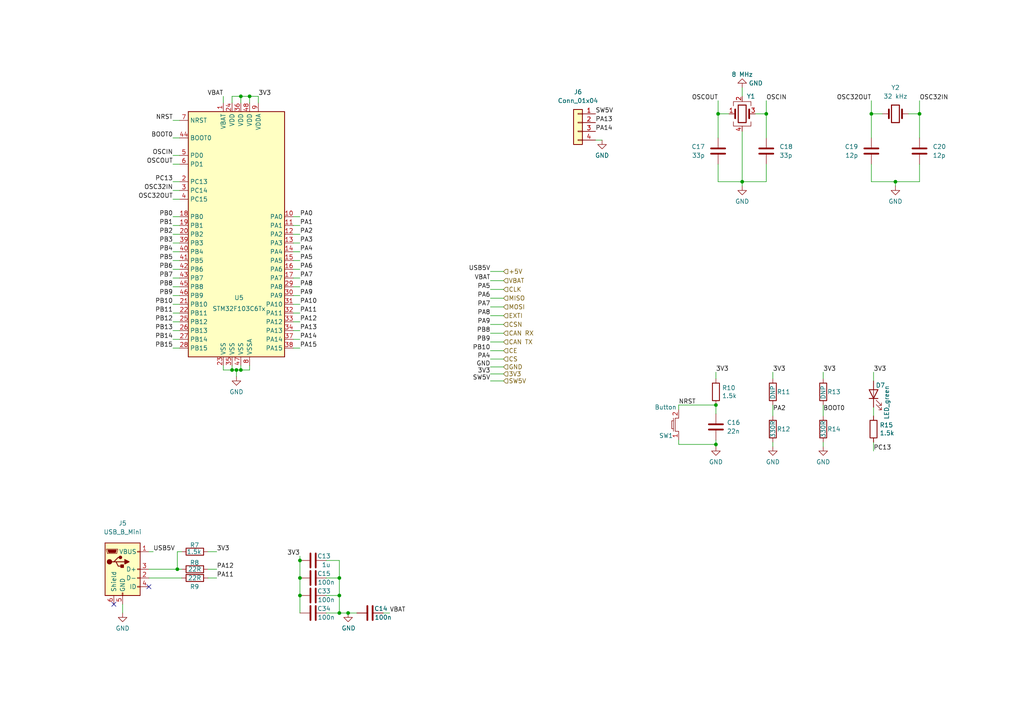
<source format=kicad_sch>
(kicad_sch (version 20211123) (generator eeschema)

  (uuid bf46600d-2de6-4089-a505-e3a00934182d)

  (paper "A4")

  (lib_symbols
    (symbol "0_Costum:Button" (in_bom yes) (on_board yes)
      (property "Reference" "SW1" (id 0) (at 1.27 5.7151 90)
        (effects (font (size 1.27 1.27)) (justify right))
      )
      (property "Value" "Button" (id 1) (at 1.27 3.1751 90)
        (effects (font (size 1.27 1.27)) (justify right))
      )
      (property "Footprint" "Button_Switch_THT:SW_PUSH_6mm" (id 2) (at -5.334 5.334 0)
        (effects (font (size 1.27 1.27)) hide)
      )
      (property "Datasheet" "" (id 3) (at -1.27 4.826 0)
        (effects (font (size 1.27 1.27)) hide)
      )
      (symbol "Button_0_1"
        (polyline
          (pts
            (xy 2.54 1.524)
            (xy 6.35 1.524)
          )
          (stroke (width 0) (type default) (color 0 0 0 0))
          (fill (type none))
        )
        (polyline
          (pts
            (xy 3.302 1.524)
            (xy 3.302 2.032)
            (xy 5.588 2.032)
            (xy 5.588 1.524)
          )
          (stroke (width 0) (type default) (color 0 0 0 0))
          (fill (type none))
        )
        (polyline
          (pts
            (xy 6.35 0)
            (xy 6.35 1.016)
            (xy 2.54 1.016)
            (xy 2.54 0)
          )
          (stroke (width 0) (type default) (color 0 0 0 0))
          (fill (type none))
        )
      )
      (symbol "Button_1_1"
        (pin input line (at 0 0 0) (length 2.54)
          (name "" (effects (font (size 1.27 1.27))))
          (number "1" (effects (font (size 1.27 1.27))))
        )
        (pin input line (at 8.89 0 180) (length 2.54)
          (name "" (effects (font (size 1.27 1.27))))
          (number "2" (effects (font (size 1.27 1.27))))
        )
      )
    )
    (symbol "Connector:USB_B_Mini" (pin_names (offset 1.016)) (in_bom yes) (on_board yes)
      (property "Reference" "J" (id 0) (at -5.08 11.43 0)
        (effects (font (size 1.27 1.27)) (justify left))
      )
      (property "Value" "USB_B_Mini" (id 1) (at -5.08 8.89 0)
        (effects (font (size 1.27 1.27)) (justify left))
      )
      (property "Footprint" "" (id 2) (at 3.81 -1.27 0)
        (effects (font (size 1.27 1.27)) hide)
      )
      (property "Datasheet" "~" (id 3) (at 3.81 -1.27 0)
        (effects (font (size 1.27 1.27)) hide)
      )
      (property "ki_keywords" "connector USB mini" (id 4) (at 0 0 0)
        (effects (font (size 1.27 1.27)) hide)
      )
      (property "ki_description" "USB Mini Type B connector" (id 5) (at 0 0 0)
        (effects (font (size 1.27 1.27)) hide)
      )
      (property "ki_fp_filters" "USB*" (id 6) (at 0 0 0)
        (effects (font (size 1.27 1.27)) hide)
      )
      (symbol "USB_B_Mini_0_1"
        (rectangle (start -5.08 -7.62) (end 5.08 7.62)
          (stroke (width 0.254) (type default) (color 0 0 0 0))
          (fill (type background))
        )
        (circle (center -3.81 2.159) (radius 0.635)
          (stroke (width 0.254) (type default) (color 0 0 0 0))
          (fill (type outline))
        )
        (circle (center -0.635 3.429) (radius 0.381)
          (stroke (width 0.254) (type default) (color 0 0 0 0))
          (fill (type outline))
        )
        (rectangle (start -0.127 -7.62) (end 0.127 -6.858)
          (stroke (width 0) (type default) (color 0 0 0 0))
          (fill (type none))
        )
        (polyline
          (pts
            (xy -1.905 2.159)
            (xy 0.635 2.159)
          )
          (stroke (width 0.254) (type default) (color 0 0 0 0))
          (fill (type none))
        )
        (polyline
          (pts
            (xy -3.175 2.159)
            (xy -2.54 2.159)
            (xy -1.27 3.429)
            (xy -0.635 3.429)
          )
          (stroke (width 0.254) (type default) (color 0 0 0 0))
          (fill (type none))
        )
        (polyline
          (pts
            (xy -2.54 2.159)
            (xy -1.905 2.159)
            (xy -1.27 0.889)
            (xy 0 0.889)
          )
          (stroke (width 0.254) (type default) (color 0 0 0 0))
          (fill (type none))
        )
        (polyline
          (pts
            (xy 0.635 2.794)
            (xy 0.635 1.524)
            (xy 1.905 2.159)
            (xy 0.635 2.794)
          )
          (stroke (width 0.254) (type default) (color 0 0 0 0))
          (fill (type outline))
        )
        (polyline
          (pts
            (xy -4.318 5.588)
            (xy -1.778 5.588)
            (xy -2.032 4.826)
            (xy -4.064 4.826)
            (xy -4.318 5.588)
          )
          (stroke (width 0) (type default) (color 0 0 0 0))
          (fill (type outline))
        )
        (polyline
          (pts
            (xy -4.699 5.842)
            (xy -4.699 5.588)
            (xy -4.445 4.826)
            (xy -4.445 4.572)
            (xy -1.651 4.572)
            (xy -1.651 4.826)
            (xy -1.397 5.588)
            (xy -1.397 5.842)
            (xy -4.699 5.842)
          )
          (stroke (width 0) (type default) (color 0 0 0 0))
          (fill (type none))
        )
        (rectangle (start 0.254 1.27) (end -0.508 0.508)
          (stroke (width 0.254) (type default) (color 0 0 0 0))
          (fill (type outline))
        )
        (rectangle (start 5.08 -5.207) (end 4.318 -4.953)
          (stroke (width 0) (type default) (color 0 0 0 0))
          (fill (type none))
        )
        (rectangle (start 5.08 -2.667) (end 4.318 -2.413)
          (stroke (width 0) (type default) (color 0 0 0 0))
          (fill (type none))
        )
        (rectangle (start 5.08 -0.127) (end 4.318 0.127)
          (stroke (width 0) (type default) (color 0 0 0 0))
          (fill (type none))
        )
        (rectangle (start 5.08 4.953) (end 4.318 5.207)
          (stroke (width 0) (type default) (color 0 0 0 0))
          (fill (type none))
        )
      )
      (symbol "USB_B_Mini_1_1"
        (pin power_out line (at 7.62 5.08 180) (length 2.54)
          (name "VBUS" (effects (font (size 1.27 1.27))))
          (number "1" (effects (font (size 1.27 1.27))))
        )
        (pin bidirectional line (at 7.62 -2.54 180) (length 2.54)
          (name "D-" (effects (font (size 1.27 1.27))))
          (number "2" (effects (font (size 1.27 1.27))))
        )
        (pin bidirectional line (at 7.62 0 180) (length 2.54)
          (name "D+" (effects (font (size 1.27 1.27))))
          (number "3" (effects (font (size 1.27 1.27))))
        )
        (pin passive line (at 7.62 -5.08 180) (length 2.54)
          (name "ID" (effects (font (size 1.27 1.27))))
          (number "4" (effects (font (size 1.27 1.27))))
        )
        (pin power_out line (at 0 -10.16 90) (length 2.54)
          (name "GND" (effects (font (size 1.27 1.27))))
          (number "5" (effects (font (size 1.27 1.27))))
        )
        (pin passive line (at -2.54 -10.16 90) (length 2.54)
          (name "Shield" (effects (font (size 1.27 1.27))))
          (number "6" (effects (font (size 1.27 1.27))))
        )
      )
    )
    (symbol "Connector_Generic:Conn_01x04" (pin_names (offset 1.016) hide) (in_bom yes) (on_board yes)
      (property "Reference" "J" (id 0) (at 0 5.08 0)
        (effects (font (size 1.27 1.27)))
      )
      (property "Value" "Conn_01x04" (id 1) (at 0 -7.62 0)
        (effects (font (size 1.27 1.27)))
      )
      (property "Footprint" "" (id 2) (at 0 0 0)
        (effects (font (size 1.27 1.27)) hide)
      )
      (property "Datasheet" "~" (id 3) (at 0 0 0)
        (effects (font (size 1.27 1.27)) hide)
      )
      (property "ki_keywords" "connector" (id 4) (at 0 0 0)
        (effects (font (size 1.27 1.27)) hide)
      )
      (property "ki_description" "Generic connector, single row, 01x04, script generated (kicad-library-utils/schlib/autogen/connector/)" (id 5) (at 0 0 0)
        (effects (font (size 1.27 1.27)) hide)
      )
      (property "ki_fp_filters" "Connector*:*_1x??_*" (id 6) (at 0 0 0)
        (effects (font (size 1.27 1.27)) hide)
      )
      (symbol "Conn_01x04_1_1"
        (rectangle (start -1.27 -4.953) (end 0 -5.207)
          (stroke (width 0.1524) (type default) (color 0 0 0 0))
          (fill (type none))
        )
        (rectangle (start -1.27 -2.413) (end 0 -2.667)
          (stroke (width 0.1524) (type default) (color 0 0 0 0))
          (fill (type none))
        )
        (rectangle (start -1.27 0.127) (end 0 -0.127)
          (stroke (width 0.1524) (type default) (color 0 0 0 0))
          (fill (type none))
        )
        (rectangle (start -1.27 2.667) (end 0 2.413)
          (stroke (width 0.1524) (type default) (color 0 0 0 0))
          (fill (type none))
        )
        (rectangle (start -1.27 3.81) (end 1.27 -6.35)
          (stroke (width 0.254) (type default) (color 0 0 0 0))
          (fill (type background))
        )
        (pin passive line (at -5.08 2.54 0) (length 3.81)
          (name "Pin_1" (effects (font (size 1.27 1.27))))
          (number "1" (effects (font (size 1.27 1.27))))
        )
        (pin passive line (at -5.08 0 0) (length 3.81)
          (name "Pin_2" (effects (font (size 1.27 1.27))))
          (number "2" (effects (font (size 1.27 1.27))))
        )
        (pin passive line (at -5.08 -2.54 0) (length 3.81)
          (name "Pin_3" (effects (font (size 1.27 1.27))))
          (number "3" (effects (font (size 1.27 1.27))))
        )
        (pin passive line (at -5.08 -5.08 0) (length 3.81)
          (name "Pin_4" (effects (font (size 1.27 1.27))))
          (number "4" (effects (font (size 1.27 1.27))))
        )
      )
    )
    (symbol "Device:C" (pin_numbers hide) (pin_names (offset 0.254)) (in_bom yes) (on_board yes)
      (property "Reference" "C" (id 0) (at 0.635 2.54 0)
        (effects (font (size 1.27 1.27)) (justify left))
      )
      (property "Value" "C" (id 1) (at 0.635 -2.54 0)
        (effects (font (size 1.27 1.27)) (justify left))
      )
      (property "Footprint" "" (id 2) (at 0.9652 -3.81 0)
        (effects (font (size 1.27 1.27)) hide)
      )
      (property "Datasheet" "~" (id 3) (at 0 0 0)
        (effects (font (size 1.27 1.27)) hide)
      )
      (property "ki_keywords" "cap capacitor" (id 4) (at 0 0 0)
        (effects (font (size 1.27 1.27)) hide)
      )
      (property "ki_description" "Unpolarized capacitor" (id 5) (at 0 0 0)
        (effects (font (size 1.27 1.27)) hide)
      )
      (property "ki_fp_filters" "C_*" (id 6) (at 0 0 0)
        (effects (font (size 1.27 1.27)) hide)
      )
      (symbol "C_0_1"
        (polyline
          (pts
            (xy -2.032 -0.762)
            (xy 2.032 -0.762)
          )
          (stroke (width 0.508) (type default) (color 0 0 0 0))
          (fill (type none))
        )
        (polyline
          (pts
            (xy -2.032 0.762)
            (xy 2.032 0.762)
          )
          (stroke (width 0.508) (type default) (color 0 0 0 0))
          (fill (type none))
        )
      )
      (symbol "C_1_1"
        (pin passive line (at 0 3.81 270) (length 2.794)
          (name "~" (effects (font (size 1.27 1.27))))
          (number "1" (effects (font (size 1.27 1.27))))
        )
        (pin passive line (at 0 -3.81 90) (length 2.794)
          (name "~" (effects (font (size 1.27 1.27))))
          (number "2" (effects (font (size 1.27 1.27))))
        )
      )
    )
    (symbol "Device:Crystal" (pin_numbers hide) (pin_names (offset 1.016) hide) (in_bom yes) (on_board yes)
      (property "Reference" "Y" (id 0) (at 0 3.81 0)
        (effects (font (size 1.27 1.27)))
      )
      (property "Value" "Crystal" (id 1) (at 0 -3.81 0)
        (effects (font (size 1.27 1.27)))
      )
      (property "Footprint" "" (id 2) (at 0 0 0)
        (effects (font (size 1.27 1.27)) hide)
      )
      (property "Datasheet" "~" (id 3) (at 0 0 0)
        (effects (font (size 1.27 1.27)) hide)
      )
      (property "ki_keywords" "quartz ceramic resonator oscillator" (id 4) (at 0 0 0)
        (effects (font (size 1.27 1.27)) hide)
      )
      (property "ki_description" "Two pin crystal" (id 5) (at 0 0 0)
        (effects (font (size 1.27 1.27)) hide)
      )
      (property "ki_fp_filters" "Crystal*" (id 6) (at 0 0 0)
        (effects (font (size 1.27 1.27)) hide)
      )
      (symbol "Crystal_0_1"
        (rectangle (start -1.143 2.54) (end 1.143 -2.54)
          (stroke (width 0.3048) (type default) (color 0 0 0 0))
          (fill (type none))
        )
        (polyline
          (pts
            (xy -2.54 0)
            (xy -1.905 0)
          )
          (stroke (width 0) (type default) (color 0 0 0 0))
          (fill (type none))
        )
        (polyline
          (pts
            (xy -1.905 -1.27)
            (xy -1.905 1.27)
          )
          (stroke (width 0.508) (type default) (color 0 0 0 0))
          (fill (type none))
        )
        (polyline
          (pts
            (xy 1.905 -1.27)
            (xy 1.905 1.27)
          )
          (stroke (width 0.508) (type default) (color 0 0 0 0))
          (fill (type none))
        )
        (polyline
          (pts
            (xy 2.54 0)
            (xy 1.905 0)
          )
          (stroke (width 0) (type default) (color 0 0 0 0))
          (fill (type none))
        )
      )
      (symbol "Crystal_1_1"
        (pin passive line (at -3.81 0 0) (length 1.27)
          (name "1" (effects (font (size 1.27 1.27))))
          (number "1" (effects (font (size 1.27 1.27))))
        )
        (pin passive line (at 3.81 0 180) (length 1.27)
          (name "2" (effects (font (size 1.27 1.27))))
          (number "2" (effects (font (size 1.27 1.27))))
        )
      )
    )
    (symbol "Device:Crystal_GND24" (pin_names (offset 1.016) hide) (in_bom yes) (on_board yes)
      (property "Reference" "Y" (id 0) (at 3.175 5.08 0)
        (effects (font (size 1.27 1.27)) (justify left))
      )
      (property "Value" "Crystal_GND24" (id 1) (at 3.175 3.175 0)
        (effects (font (size 1.27 1.27)) (justify left))
      )
      (property "Footprint" "" (id 2) (at 0 0 0)
        (effects (font (size 1.27 1.27)) hide)
      )
      (property "Datasheet" "~" (id 3) (at 0 0 0)
        (effects (font (size 1.27 1.27)) hide)
      )
      (property "ki_keywords" "quartz ceramic resonator oscillator" (id 4) (at 0 0 0)
        (effects (font (size 1.27 1.27)) hide)
      )
      (property "ki_description" "Four pin crystal, GND on pins 2 and 4" (id 5) (at 0 0 0)
        (effects (font (size 1.27 1.27)) hide)
      )
      (property "ki_fp_filters" "Crystal*" (id 6) (at 0 0 0)
        (effects (font (size 1.27 1.27)) hide)
      )
      (symbol "Crystal_GND24_0_1"
        (rectangle (start -1.143 2.54) (end 1.143 -2.54)
          (stroke (width 0.3048) (type default) (color 0 0 0 0))
          (fill (type none))
        )
        (polyline
          (pts
            (xy -2.54 0)
            (xy -2.032 0)
          )
          (stroke (width 0) (type default) (color 0 0 0 0))
          (fill (type none))
        )
        (polyline
          (pts
            (xy -2.032 -1.27)
            (xy -2.032 1.27)
          )
          (stroke (width 0.508) (type default) (color 0 0 0 0))
          (fill (type none))
        )
        (polyline
          (pts
            (xy 0 -3.81)
            (xy 0 -3.556)
          )
          (stroke (width 0) (type default) (color 0 0 0 0))
          (fill (type none))
        )
        (polyline
          (pts
            (xy 0 3.556)
            (xy 0 3.81)
          )
          (stroke (width 0) (type default) (color 0 0 0 0))
          (fill (type none))
        )
        (polyline
          (pts
            (xy 2.032 -1.27)
            (xy 2.032 1.27)
          )
          (stroke (width 0.508) (type default) (color 0 0 0 0))
          (fill (type none))
        )
        (polyline
          (pts
            (xy 2.032 0)
            (xy 2.54 0)
          )
          (stroke (width 0) (type default) (color 0 0 0 0))
          (fill (type none))
        )
        (polyline
          (pts
            (xy -2.54 -2.286)
            (xy -2.54 -3.556)
            (xy 2.54 -3.556)
            (xy 2.54 -2.286)
          )
          (stroke (width 0) (type default) (color 0 0 0 0))
          (fill (type none))
        )
        (polyline
          (pts
            (xy -2.54 2.286)
            (xy -2.54 3.556)
            (xy 2.54 3.556)
            (xy 2.54 2.286)
          )
          (stroke (width 0) (type default) (color 0 0 0 0))
          (fill (type none))
        )
      )
      (symbol "Crystal_GND24_1_1"
        (pin passive line (at -3.81 0 0) (length 1.27)
          (name "1" (effects (font (size 1.27 1.27))))
          (number "1" (effects (font (size 1.27 1.27))))
        )
        (pin passive line (at 0 5.08 270) (length 1.27)
          (name "2" (effects (font (size 1.27 1.27))))
          (number "2" (effects (font (size 1.27 1.27))))
        )
        (pin passive line (at 3.81 0 180) (length 1.27)
          (name "3" (effects (font (size 1.27 1.27))))
          (number "3" (effects (font (size 1.27 1.27))))
        )
        (pin passive line (at 0 -5.08 90) (length 1.27)
          (name "4" (effects (font (size 1.27 1.27))))
          (number "4" (effects (font (size 1.27 1.27))))
        )
      )
    )
    (symbol "Device:LED" (pin_numbers hide) (pin_names (offset 1.016) hide) (in_bom yes) (on_board yes)
      (property "Reference" "D" (id 0) (at 0 2.54 0)
        (effects (font (size 1.27 1.27)))
      )
      (property "Value" "LED" (id 1) (at 0 -2.54 0)
        (effects (font (size 1.27 1.27)))
      )
      (property "Footprint" "" (id 2) (at 0 0 0)
        (effects (font (size 1.27 1.27)) hide)
      )
      (property "Datasheet" "~" (id 3) (at 0 0 0)
        (effects (font (size 1.27 1.27)) hide)
      )
      (property "ki_keywords" "LED diode" (id 4) (at 0 0 0)
        (effects (font (size 1.27 1.27)) hide)
      )
      (property "ki_description" "Light emitting diode" (id 5) (at 0 0 0)
        (effects (font (size 1.27 1.27)) hide)
      )
      (property "ki_fp_filters" "LED* LED_SMD:* LED_THT:*" (id 6) (at 0 0 0)
        (effects (font (size 1.27 1.27)) hide)
      )
      (symbol "LED_0_1"
        (polyline
          (pts
            (xy -1.27 -1.27)
            (xy -1.27 1.27)
          )
          (stroke (width 0.254) (type default) (color 0 0 0 0))
          (fill (type none))
        )
        (polyline
          (pts
            (xy -1.27 0)
            (xy 1.27 0)
          )
          (stroke (width 0) (type default) (color 0 0 0 0))
          (fill (type none))
        )
        (polyline
          (pts
            (xy 1.27 -1.27)
            (xy 1.27 1.27)
            (xy -1.27 0)
            (xy 1.27 -1.27)
          )
          (stroke (width 0.254) (type default) (color 0 0 0 0))
          (fill (type none))
        )
        (polyline
          (pts
            (xy -3.048 -0.762)
            (xy -4.572 -2.286)
            (xy -3.81 -2.286)
            (xy -4.572 -2.286)
            (xy -4.572 -1.524)
          )
          (stroke (width 0) (type default) (color 0 0 0 0))
          (fill (type none))
        )
        (polyline
          (pts
            (xy -1.778 -0.762)
            (xy -3.302 -2.286)
            (xy -2.54 -2.286)
            (xy -3.302 -2.286)
            (xy -3.302 -1.524)
          )
          (stroke (width 0) (type default) (color 0 0 0 0))
          (fill (type none))
        )
      )
      (symbol "LED_1_1"
        (pin passive line (at -3.81 0 0) (length 2.54)
          (name "K" (effects (font (size 1.27 1.27))))
          (number "1" (effects (font (size 1.27 1.27))))
        )
        (pin passive line (at 3.81 0 180) (length 2.54)
          (name "A" (effects (font (size 1.27 1.27))))
          (number "2" (effects (font (size 1.27 1.27))))
        )
      )
    )
    (symbol "Device:R" (pin_numbers hide) (pin_names (offset 0)) (in_bom yes) (on_board yes)
      (property "Reference" "R" (id 0) (at 2.032 0 90)
        (effects (font (size 1.27 1.27)))
      )
      (property "Value" "R" (id 1) (at 0 0 90)
        (effects (font (size 1.27 1.27)))
      )
      (property "Footprint" "" (id 2) (at -1.778 0 90)
        (effects (font (size 1.27 1.27)) hide)
      )
      (property "Datasheet" "~" (id 3) (at 0 0 0)
        (effects (font (size 1.27 1.27)) hide)
      )
      (property "ki_keywords" "R res resistor" (id 4) (at 0 0 0)
        (effects (font (size 1.27 1.27)) hide)
      )
      (property "ki_description" "Resistor" (id 5) (at 0 0 0)
        (effects (font (size 1.27 1.27)) hide)
      )
      (property "ki_fp_filters" "R_*" (id 6) (at 0 0 0)
        (effects (font (size 1.27 1.27)) hide)
      )
      (symbol "R_0_1"
        (rectangle (start -1.016 -2.54) (end 1.016 2.54)
          (stroke (width 0.254) (type default) (color 0 0 0 0))
          (fill (type none))
        )
      )
      (symbol "R_1_1"
        (pin passive line (at 0 3.81 270) (length 1.27)
          (name "~" (effects (font (size 1.27 1.27))))
          (number "1" (effects (font (size 1.27 1.27))))
        )
        (pin passive line (at 0 -3.81 90) (length 1.27)
          (name "~" (effects (font (size 1.27 1.27))))
          (number "2" (effects (font (size 1.27 1.27))))
        )
      )
    )
    (symbol "MCU_ST_STM32F1:STM32F103C6Tx" (in_bom yes) (on_board yes)
      (property "Reference" "U" (id 0) (at -15.24 36.83 0)
        (effects (font (size 1.27 1.27)) (justify left))
      )
      (property "Value" "STM32F103C6Tx" (id 1) (at 7.62 36.83 0)
        (effects (font (size 1.27 1.27)) (justify left))
      )
      (property "Footprint" "Package_QFP:LQFP-48_7x7mm_P0.5mm" (id 2) (at -15.24 -35.56 0)
        (effects (font (size 1.27 1.27)) (justify right) hide)
      )
      (property "Datasheet" "http://www.st.com/st-web-ui/static/active/en/resource/technical/document/datasheet/CD00210843.pdf" (id 3) (at 0 0 0)
        (effects (font (size 1.27 1.27)) hide)
      )
      (property "ki_keywords" "ARM Cortex-M3 STM32F1 STM32F103" (id 4) (at 0 0 0)
        (effects (font (size 1.27 1.27)) hide)
      )
      (property "ki_description" "ARM Cortex-M3 MCU, 32KB flash, 10KB RAM, 72MHz, 2-3.6V, 37 GPIO, LQFP-48" (id 5) (at 0 0 0)
        (effects (font (size 1.27 1.27)) hide)
      )
      (property "ki_fp_filters" "LQFP*7x7mm*P0.5mm*" (id 6) (at 0 0 0)
        (effects (font (size 1.27 1.27)) hide)
      )
      (symbol "STM32F103C6Tx_0_1"
        (rectangle (start -15.24 -35.56) (end 12.7 35.56)
          (stroke (width 0.254) (type default) (color 0 0 0 0))
          (fill (type background))
        )
      )
      (symbol "STM32F103C6Tx_1_1"
        (pin power_in line (at -5.08 38.1 270) (length 2.54)
          (name "VBAT" (effects (font (size 1.27 1.27))))
          (number "1" (effects (font (size 1.27 1.27))))
        )
        (pin bidirectional line (at 15.24 5.08 180) (length 2.54)
          (name "PA0" (effects (font (size 1.27 1.27))))
          (number "10" (effects (font (size 1.27 1.27))))
        )
        (pin bidirectional line (at 15.24 2.54 180) (length 2.54)
          (name "PA1" (effects (font (size 1.27 1.27))))
          (number "11" (effects (font (size 1.27 1.27))))
        )
        (pin bidirectional line (at 15.24 0 180) (length 2.54)
          (name "PA2" (effects (font (size 1.27 1.27))))
          (number "12" (effects (font (size 1.27 1.27))))
        )
        (pin bidirectional line (at 15.24 -2.54 180) (length 2.54)
          (name "PA3" (effects (font (size 1.27 1.27))))
          (number "13" (effects (font (size 1.27 1.27))))
        )
        (pin bidirectional line (at 15.24 -5.08 180) (length 2.54)
          (name "PA4" (effects (font (size 1.27 1.27))))
          (number "14" (effects (font (size 1.27 1.27))))
        )
        (pin bidirectional line (at 15.24 -7.62 180) (length 2.54)
          (name "PA5" (effects (font (size 1.27 1.27))))
          (number "15" (effects (font (size 1.27 1.27))))
        )
        (pin bidirectional line (at 15.24 -10.16 180) (length 2.54)
          (name "PA6" (effects (font (size 1.27 1.27))))
          (number "16" (effects (font (size 1.27 1.27))))
        )
        (pin bidirectional line (at 15.24 -12.7 180) (length 2.54)
          (name "PA7" (effects (font (size 1.27 1.27))))
          (number "17" (effects (font (size 1.27 1.27))))
        )
        (pin bidirectional line (at -17.78 5.08 0) (length 2.54)
          (name "PB0" (effects (font (size 1.27 1.27))))
          (number "18" (effects (font (size 1.27 1.27))))
        )
        (pin bidirectional line (at -17.78 2.54 0) (length 2.54)
          (name "PB1" (effects (font (size 1.27 1.27))))
          (number "19" (effects (font (size 1.27 1.27))))
        )
        (pin bidirectional line (at -17.78 15.24 0) (length 2.54)
          (name "PC13" (effects (font (size 1.27 1.27))))
          (number "2" (effects (font (size 1.27 1.27))))
        )
        (pin bidirectional line (at -17.78 0 0) (length 2.54)
          (name "PB2" (effects (font (size 1.27 1.27))))
          (number "20" (effects (font (size 1.27 1.27))))
        )
        (pin bidirectional line (at -17.78 -20.32 0) (length 2.54)
          (name "PB10" (effects (font (size 1.27 1.27))))
          (number "21" (effects (font (size 1.27 1.27))))
        )
        (pin bidirectional line (at -17.78 -22.86 0) (length 2.54)
          (name "PB11" (effects (font (size 1.27 1.27))))
          (number "22" (effects (font (size 1.27 1.27))))
        )
        (pin power_in line (at -5.08 -38.1 90) (length 2.54)
          (name "VSS" (effects (font (size 1.27 1.27))))
          (number "23" (effects (font (size 1.27 1.27))))
        )
        (pin power_in line (at -2.54 38.1 270) (length 2.54)
          (name "VDD" (effects (font (size 1.27 1.27))))
          (number "24" (effects (font (size 1.27 1.27))))
        )
        (pin bidirectional line (at -17.78 -25.4 0) (length 2.54)
          (name "PB12" (effects (font (size 1.27 1.27))))
          (number "25" (effects (font (size 1.27 1.27))))
        )
        (pin bidirectional line (at -17.78 -27.94 0) (length 2.54)
          (name "PB13" (effects (font (size 1.27 1.27))))
          (number "26" (effects (font (size 1.27 1.27))))
        )
        (pin bidirectional line (at -17.78 -30.48 0) (length 2.54)
          (name "PB14" (effects (font (size 1.27 1.27))))
          (number "27" (effects (font (size 1.27 1.27))))
        )
        (pin bidirectional line (at -17.78 -33.02 0) (length 2.54)
          (name "PB15" (effects (font (size 1.27 1.27))))
          (number "28" (effects (font (size 1.27 1.27))))
        )
        (pin bidirectional line (at 15.24 -15.24 180) (length 2.54)
          (name "PA8" (effects (font (size 1.27 1.27))))
          (number "29" (effects (font (size 1.27 1.27))))
        )
        (pin bidirectional line (at -17.78 12.7 0) (length 2.54)
          (name "PC14" (effects (font (size 1.27 1.27))))
          (number "3" (effects (font (size 1.27 1.27))))
        )
        (pin bidirectional line (at 15.24 -17.78 180) (length 2.54)
          (name "PA9" (effects (font (size 1.27 1.27))))
          (number "30" (effects (font (size 1.27 1.27))))
        )
        (pin bidirectional line (at 15.24 -20.32 180) (length 2.54)
          (name "PA10" (effects (font (size 1.27 1.27))))
          (number "31" (effects (font (size 1.27 1.27))))
        )
        (pin bidirectional line (at 15.24 -22.86 180) (length 2.54)
          (name "PA11" (effects (font (size 1.27 1.27))))
          (number "32" (effects (font (size 1.27 1.27))))
        )
        (pin bidirectional line (at 15.24 -25.4 180) (length 2.54)
          (name "PA12" (effects (font (size 1.27 1.27))))
          (number "33" (effects (font (size 1.27 1.27))))
        )
        (pin bidirectional line (at 15.24 -27.94 180) (length 2.54)
          (name "PA13" (effects (font (size 1.27 1.27))))
          (number "34" (effects (font (size 1.27 1.27))))
        )
        (pin power_in line (at -2.54 -38.1 90) (length 2.54)
          (name "VSS" (effects (font (size 1.27 1.27))))
          (number "35" (effects (font (size 1.27 1.27))))
        )
        (pin power_in line (at 0 38.1 270) (length 2.54)
          (name "VDD" (effects (font (size 1.27 1.27))))
          (number "36" (effects (font (size 1.27 1.27))))
        )
        (pin bidirectional line (at 15.24 -30.48 180) (length 2.54)
          (name "PA14" (effects (font (size 1.27 1.27))))
          (number "37" (effects (font (size 1.27 1.27))))
        )
        (pin bidirectional line (at 15.24 -33.02 180) (length 2.54)
          (name "PA15" (effects (font (size 1.27 1.27))))
          (number "38" (effects (font (size 1.27 1.27))))
        )
        (pin bidirectional line (at -17.78 -2.54 0) (length 2.54)
          (name "PB3" (effects (font (size 1.27 1.27))))
          (number "39" (effects (font (size 1.27 1.27))))
        )
        (pin bidirectional line (at -17.78 10.16 0) (length 2.54)
          (name "PC15" (effects (font (size 1.27 1.27))))
          (number "4" (effects (font (size 1.27 1.27))))
        )
        (pin bidirectional line (at -17.78 -5.08 0) (length 2.54)
          (name "PB4" (effects (font (size 1.27 1.27))))
          (number "40" (effects (font (size 1.27 1.27))))
        )
        (pin bidirectional line (at -17.78 -7.62 0) (length 2.54)
          (name "PB5" (effects (font (size 1.27 1.27))))
          (number "41" (effects (font (size 1.27 1.27))))
        )
        (pin bidirectional line (at -17.78 -10.16 0) (length 2.54)
          (name "PB6" (effects (font (size 1.27 1.27))))
          (number "42" (effects (font (size 1.27 1.27))))
        )
        (pin bidirectional line (at -17.78 -12.7 0) (length 2.54)
          (name "PB7" (effects (font (size 1.27 1.27))))
          (number "43" (effects (font (size 1.27 1.27))))
        )
        (pin input line (at -17.78 27.94 0) (length 2.54)
          (name "BOOT0" (effects (font (size 1.27 1.27))))
          (number "44" (effects (font (size 1.27 1.27))))
        )
        (pin bidirectional line (at -17.78 -15.24 0) (length 2.54)
          (name "PB8" (effects (font (size 1.27 1.27))))
          (number "45" (effects (font (size 1.27 1.27))))
        )
        (pin bidirectional line (at -17.78 -17.78 0) (length 2.54)
          (name "PB9" (effects (font (size 1.27 1.27))))
          (number "46" (effects (font (size 1.27 1.27))))
        )
        (pin power_in line (at 0 -38.1 90) (length 2.54)
          (name "VSS" (effects (font (size 1.27 1.27))))
          (number "47" (effects (font (size 1.27 1.27))))
        )
        (pin power_in line (at 2.54 38.1 270) (length 2.54)
          (name "VDD" (effects (font (size 1.27 1.27))))
          (number "48" (effects (font (size 1.27 1.27))))
        )
        (pin input line (at -17.78 22.86 0) (length 2.54)
          (name "PD0" (effects (font (size 1.27 1.27))))
          (number "5" (effects (font (size 1.27 1.27))))
        )
        (pin input line (at -17.78 20.32 0) (length 2.54)
          (name "PD1" (effects (font (size 1.27 1.27))))
          (number "6" (effects (font (size 1.27 1.27))))
        )
        (pin input line (at -17.78 33.02 0) (length 2.54)
          (name "NRST" (effects (font (size 1.27 1.27))))
          (number "7" (effects (font (size 1.27 1.27))))
        )
        (pin power_in line (at 2.54 -38.1 90) (length 2.54)
          (name "VSSA" (effects (font (size 1.27 1.27))))
          (number "8" (effects (font (size 1.27 1.27))))
        )
        (pin power_in line (at 5.08 38.1 270) (length 2.54)
          (name "VDDA" (effects (font (size 1.27 1.27))))
          (number "9" (effects (font (size 1.27 1.27))))
        )
      )
    )
    (symbol "power:GND" (power) (pin_names (offset 0)) (in_bom yes) (on_board yes)
      (property "Reference" "#PWR" (id 0) (at 0 -6.35 0)
        (effects (font (size 1.27 1.27)) hide)
      )
      (property "Value" "GND" (id 1) (at 0 -3.81 0)
        (effects (font (size 1.27 1.27)))
      )
      (property "Footprint" "" (id 2) (at 0 0 0)
        (effects (font (size 1.27 1.27)) hide)
      )
      (property "Datasheet" "" (id 3) (at 0 0 0)
        (effects (font (size 1.27 1.27)) hide)
      )
      (property "ki_keywords" "power-flag" (id 4) (at 0 0 0)
        (effects (font (size 1.27 1.27)) hide)
      )
      (property "ki_description" "Power symbol creates a global label with name \"GND\" , ground" (id 5) (at 0 0 0)
        (effects (font (size 1.27 1.27)) hide)
      )
      (symbol "GND_0_1"
        (polyline
          (pts
            (xy 0 0)
            (xy 0 -1.27)
            (xy 1.27 -1.27)
            (xy 0 -2.54)
            (xy -1.27 -1.27)
            (xy 0 -1.27)
          )
          (stroke (width 0) (type default) (color 0 0 0 0))
          (fill (type none))
        )
      )
      (symbol "GND_1_1"
        (pin power_in line (at 0 0 270) (length 0) hide
          (name "GND" (effects (font (size 1.27 1.27))))
          (number "1" (effects (font (size 1.27 1.27))))
        )
      )
    )
  )

  (junction (at 208.28 33.02) (diameter 0) (color 0 0 0 0)
    (uuid 032989dd-f932-4a88-a352-854153c244b6)
  )
  (junction (at 215.265 52.705) (diameter 0) (color 0 0 0 0)
    (uuid 0b5a6763-da4d-4c1d-b2a4-2bb862408049)
  )
  (junction (at 69.85 27.94) (diameter 0) (color 0 0 0 0)
    (uuid 19556b47-d78c-4f6b-b70f-26c0fbeac72a)
  )
  (junction (at 98.425 167.64) (diameter 0) (color 0 0 0 0)
    (uuid 2d705ff7-ad2e-4e24-b856-c8ba9c9219d5)
  )
  (junction (at 266.7 33.02) (diameter 0) (color 0 0 0 0)
    (uuid 4efc5892-a34b-405f-801c-c863ae4305b8)
  )
  (junction (at 207.645 128.905) (diameter 0) (color 0 0 0 0)
    (uuid 4f224ae5-f468-41a6-8eb6-7f90be164dc7)
  )
  (junction (at 67.31 107.315) (diameter 0) (color 0 0 0 0)
    (uuid 4f8cc4f5-5516-4b56-b7b8-5e6ba49e08af)
  )
  (junction (at 259.715 52.705) (diameter 0) (color 0 0 0 0)
    (uuid 6390890b-c6a8-4b63-b918-7631dfec94af)
  )
  (junction (at 252.73 33.02) (diameter 0) (color 0 0 0 0)
    (uuid 6b075141-5b80-41c3-a32b-d08969e903a5)
  )
  (junction (at 86.995 172.72) (diameter 0) (color 0 0 0 0)
    (uuid 7302cb27-3a61-4429-953b-5ad8bdc9fc4e)
  )
  (junction (at 72.39 27.94) (diameter 0) (color 0 0 0 0)
    (uuid 7a30f797-7d84-47cf-bdd7-5647dd24929e)
  )
  (junction (at 68.58 107.315) (diameter 0) (color 0 0 0 0)
    (uuid 86963026-6c8a-4080-90ed-e91705378e94)
  )
  (junction (at 98.425 177.8) (diameter 0) (color 0 0 0 0)
    (uuid 8697f37f-842e-44f6-bd1f-1cef32c468e4)
  )
  (junction (at 86.995 167.64) (diameter 0) (color 0 0 0 0)
    (uuid 9a4c5f1a-5c48-40f9-a4f9-9725673b78b3)
  )
  (junction (at 69.85 107.315) (diameter 0) (color 0 0 0 0)
    (uuid a57e44de-1be3-4d54-9865-c29710fbe33a)
  )
  (junction (at 51.435 165.1) (diameter 0) (color 0 0 0 0)
    (uuid acabba18-ca46-4230-a1c4-aeefb34e362a)
  )
  (junction (at 98.425 172.72) (diameter 0) (color 0 0 0 0)
    (uuid b5c46d4d-eb3b-4be5-9e50-f6928dec8c42)
  )
  (junction (at 100.965 177.8) (diameter 0) (color 0 0 0 0)
    (uuid bd18cc65-87bf-4366-b253-567fa82bd891)
  )
  (junction (at 86.995 162.56) (diameter 0) (color 0 0 0 0)
    (uuid df79ea32-d63b-4a64-a501-7181e42b7d5e)
  )
  (junction (at 207.645 117.475) (diameter 0) (color 0 0 0 0)
    (uuid e210125d-1a3b-470e-a44b-ed91315551db)
  )
  (junction (at 222.25 33.02) (diameter 0) (color 0 0 0 0)
    (uuid ef261de1-2846-4c1a-bee7-003b5bd0f472)
  )

  (no_connect (at 43.18 170.18) (uuid ea99528c-5590-4049-a143-62fe0fb6f37b))
  (no_connect (at 33.02 175.26) (uuid f864563c-8547-4b42-a11f-c4bfdcf5a198))

  (wire (pts (xy 252.73 47.625) (xy 252.73 52.705))
    (stroke (width 0) (type default) (color 0 0 0 0))
    (uuid 00be83fa-c4ce-4f97-8951-a6d39bc2b475)
  )
  (wire (pts (xy 142.24 108.458) (xy 146.05 108.458))
    (stroke (width 0) (type default) (color 0 0 0 0))
    (uuid 057b9fd6-a1d0-4c8a-a252-fbf1f3870eca)
  )
  (wire (pts (xy 207.645 128.905) (xy 207.645 129.54))
    (stroke (width 0) (type default) (color 0 0 0 0))
    (uuid 07b2a8fc-d808-42a2-9a48-4417be3b5313)
  )
  (wire (pts (xy 266.7 33.02) (xy 266.7 40.005))
    (stroke (width 0) (type default) (color 0 0 0 0))
    (uuid 08ba60cb-5644-4984-88e6-26e5a603979c)
  )
  (wire (pts (xy 252.73 33.02) (xy 252.73 29.21))
    (stroke (width 0) (type default) (color 0 0 0 0))
    (uuid 0d1ee23b-46b3-4de3-92a4-1da8ed579537)
  )
  (wire (pts (xy 142.24 78.74) (xy 146.05 78.74))
    (stroke (width 0) (type default) (color 0 0 0 0))
    (uuid 142c13a2-050d-4931-84e5-f6b492742687)
  )
  (wire (pts (xy 196.85 127.635) (xy 196.85 128.905))
    (stroke (width 0) (type default) (color 0 0 0 0))
    (uuid 14bd7993-3708-407f-a492-8a0da26f031f)
  )
  (wire (pts (xy 85.09 83.185) (xy 86.995 83.185))
    (stroke (width 0) (type default) (color 0 0 0 0))
    (uuid 151cd8b2-b7bd-4aae-935f-4922795a4cfb)
  )
  (wire (pts (xy 208.28 33.02) (xy 208.28 29.21))
    (stroke (width 0) (type default) (color 0 0 0 0))
    (uuid 172c5d41-01ba-47fc-903b-4c0509fffadd)
  )
  (wire (pts (xy 50.165 40.005) (xy 52.07 40.005))
    (stroke (width 0) (type default) (color 0 0 0 0))
    (uuid 17e75989-c05e-4bf2-ae68-c4e4e33594f5)
  )
  (wire (pts (xy 142.24 99.187) (xy 146.05 99.187))
    (stroke (width 0) (type default) (color 0 0 0 0))
    (uuid 18131439-8de4-4553-9a05-ffee1fca8aeb)
  )
  (wire (pts (xy 111.125 177.8) (xy 113.03 177.8))
    (stroke (width 0) (type default) (color 0 0 0 0))
    (uuid 192cf30c-62b4-4e89-928a-151b821a2700)
  )
  (wire (pts (xy 222.25 33.02) (xy 222.25 40.005))
    (stroke (width 0) (type default) (color 0 0 0 0))
    (uuid 20d6211a-8c64-4f84-9015-d27e7f2d63d2)
  )
  (wire (pts (xy 259.715 52.705) (xy 259.715 53.975))
    (stroke (width 0) (type default) (color 0 0 0 0))
    (uuid 2239ff57-56b4-4e30-b2d5-d6835a1b8758)
  )
  (wire (pts (xy 196.85 117.475) (xy 196.85 118.745))
    (stroke (width 0) (type default) (color 0 0 0 0))
    (uuid 24f6b4dd-1b23-4f04-9ecd-c4b8f973f4be)
  )
  (wire (pts (xy 142.24 89.027) (xy 146.05 89.027))
    (stroke (width 0) (type default) (color 0 0 0 0))
    (uuid 257b4822-9591-4a95-9cf0-d035e401d9da)
  )
  (wire (pts (xy 50.165 93.345) (xy 52.07 93.345))
    (stroke (width 0) (type default) (color 0 0 0 0))
    (uuid 279ab2fe-15fc-4185-8572-5ac51e231b36)
  )
  (wire (pts (xy 72.39 27.94) (xy 74.93 27.94))
    (stroke (width 0) (type default) (color 0 0 0 0))
    (uuid 2a5abd52-2695-4f95-9fa7-1e139ec3b3c8)
  )
  (wire (pts (xy 85.09 67.945) (xy 86.995 67.945))
    (stroke (width 0) (type default) (color 0 0 0 0))
    (uuid 2ba17b71-1333-4eaa-abe3-ddc98ff1a149)
  )
  (wire (pts (xy 98.425 162.56) (xy 98.425 167.64))
    (stroke (width 0) (type default) (color 0 0 0 0))
    (uuid 2e95f263-2de9-43e8-91fc-07cae2353c4b)
  )
  (wire (pts (xy 50.165 70.485) (xy 52.07 70.485))
    (stroke (width 0) (type default) (color 0 0 0 0))
    (uuid 36434a2f-d217-4bc3-ae7c-1aee78442b11)
  )
  (wire (pts (xy 98.425 172.72) (xy 98.425 177.8))
    (stroke (width 0) (type default) (color 0 0 0 0))
    (uuid 3684dee4-5fa2-4125-8b69-52f3937cb097)
  )
  (wire (pts (xy 51.435 160.02) (xy 52.705 160.02))
    (stroke (width 0) (type default) (color 0 0 0 0))
    (uuid 3a0fd86b-b18a-4c1e-8819-c0429dad3458)
  )
  (wire (pts (xy 98.425 172.72) (xy 94.615 172.72))
    (stroke (width 0) (type default) (color 0 0 0 0))
    (uuid 3a607774-be56-4143-9114-446339a3796d)
  )
  (wire (pts (xy 85.09 65.405) (xy 86.995 65.405))
    (stroke (width 0) (type default) (color 0 0 0 0))
    (uuid 3e7c1308-aaf7-4190-9bc2-85a96059c67e)
  )
  (wire (pts (xy 51.435 165.1) (xy 52.705 165.1))
    (stroke (width 0) (type default) (color 0 0 0 0))
    (uuid 3f837724-6103-4e04-b7bd-68f242752655)
  )
  (wire (pts (xy 252.73 33.02) (xy 252.73 40.005))
    (stroke (width 0) (type default) (color 0 0 0 0))
    (uuid 3fc65a44-3b92-4b38-9aed-969c0f58d702)
  )
  (wire (pts (xy 215.265 52.705) (xy 222.25 52.705))
    (stroke (width 0) (type default) (color 0 0 0 0))
    (uuid 4057b623-c178-496c-bcf2-b03630d02979)
  )
  (wire (pts (xy 85.09 100.965) (xy 86.995 100.965))
    (stroke (width 0) (type default) (color 0 0 0 0))
    (uuid 405ece8b-087d-4141-890f-9afa286d40bc)
  )
  (wire (pts (xy 67.31 107.315) (xy 68.58 107.315))
    (stroke (width 0) (type default) (color 0 0 0 0))
    (uuid 4218bf83-1773-42dd-ba56-0b7deb73049b)
  )
  (wire (pts (xy 253.365 118.11) (xy 253.365 120.65))
    (stroke (width 0) (type default) (color 0 0 0 0))
    (uuid 44a5fe68-5ff6-4605-8950-0d18dc6d234b)
  )
  (wire (pts (xy 50.165 85.725) (xy 52.07 85.725))
    (stroke (width 0) (type default) (color 0 0 0 0))
    (uuid 45ae3b3d-b4e7-48bc-a745-9233b2418290)
  )
  (wire (pts (xy 50.165 47.625) (xy 52.07 47.625))
    (stroke (width 0) (type default) (color 0 0 0 0))
    (uuid 46ea4975-0fce-4b71-bcc4-9b4ef887c5d1)
  )
  (wire (pts (xy 86.995 162.56) (xy 86.995 167.64))
    (stroke (width 0) (type default) (color 0 0 0 0))
    (uuid 46ffd531-d69c-42a5-951d-4a7c16127081)
  )
  (wire (pts (xy 98.425 177.8) (xy 100.965 177.8))
    (stroke (width 0) (type default) (color 0 0 0 0))
    (uuid 47ba61c9-ebce-4a6e-9456-3cd0dd3ba00d)
  )
  (wire (pts (xy 85.09 70.485) (xy 86.995 70.485))
    (stroke (width 0) (type default) (color 0 0 0 0))
    (uuid 4b8c2aa7-5541-4f15-ac2e-2a610f66e30a)
  )
  (wire (pts (xy 142.24 83.947) (xy 146.05 83.947))
    (stroke (width 0) (type default) (color 0 0 0 0))
    (uuid 4d354b27-d1d6-4602-976e-66ec05f7f185)
  )
  (wire (pts (xy 68.58 107.315) (xy 68.58 109.22))
    (stroke (width 0) (type default) (color 0 0 0 0))
    (uuid 4e2513d4-a3d7-4a89-8a99-cf49d1be465e)
  )
  (wire (pts (xy 98.425 167.64) (xy 94.615 167.64))
    (stroke (width 0) (type default) (color 0 0 0 0))
    (uuid 4e926be7-1f0e-4038-9bd6-cd848c00ebe9)
  )
  (wire (pts (xy 43.18 165.1) (xy 51.435 165.1))
    (stroke (width 0) (type default) (color 0 0 0 0))
    (uuid 4ea4b316-4903-49b0-9c47-61e8cd32e939)
  )
  (wire (pts (xy 50.165 73.025) (xy 52.07 73.025))
    (stroke (width 0) (type default) (color 0 0 0 0))
    (uuid 531efd43-2d55-474e-b790-752bf50762dc)
  )
  (wire (pts (xy 43.18 160.02) (xy 44.45 160.02))
    (stroke (width 0) (type default) (color 0 0 0 0))
    (uuid 534c8944-e51c-46bc-8043-60065b2ee359)
  )
  (wire (pts (xy 238.76 117.475) (xy 238.76 120.65))
    (stroke (width 0) (type default) (color 0 0 0 0))
    (uuid 53886417-7cdf-4604-81d7-b60090bdcb03)
  )
  (wire (pts (xy 253.365 128.27) (xy 253.365 130.81))
    (stroke (width 0) (type default) (color 0 0 0 0))
    (uuid 53da0def-1bb3-4c12-b70c-b9b9b760406e)
  )
  (wire (pts (xy 222.25 47.625) (xy 222.25 52.705))
    (stroke (width 0) (type default) (color 0 0 0 0))
    (uuid 546863b4-d8ef-4a33-bce3-d986e1345e3a)
  )
  (wire (pts (xy 196.85 128.905) (xy 207.645 128.905))
    (stroke (width 0) (type default) (color 0 0 0 0))
    (uuid 55b4ab53-e494-4c13-b4e8-f46156ff95ff)
  )
  (wire (pts (xy 50.165 83.185) (xy 52.07 83.185))
    (stroke (width 0) (type default) (color 0 0 0 0))
    (uuid 5885616e-afb7-42e8-b437-a5105cc04507)
  )
  (wire (pts (xy 50.165 88.265) (xy 52.07 88.265))
    (stroke (width 0) (type default) (color 0 0 0 0))
    (uuid 588c7875-b878-473a-85f1-d96ee5754434)
  )
  (wire (pts (xy 64.77 107.315) (xy 67.31 107.315))
    (stroke (width 0) (type default) (color 0 0 0 0))
    (uuid 5e190ab4-bb20-4609-ac6b-86ff00272b05)
  )
  (wire (pts (xy 208.28 33.02) (xy 211.455 33.02))
    (stroke (width 0) (type default) (color 0 0 0 0))
    (uuid 5e250867-77b2-4b3d-af7e-fedf10202319)
  )
  (wire (pts (xy 238.76 107.95) (xy 238.76 109.855))
    (stroke (width 0) (type default) (color 0 0 0 0))
    (uuid 5e4368ac-2b21-49c8-9cc9-d5251b7278ee)
  )
  (wire (pts (xy 60.325 160.02) (xy 62.865 160.02))
    (stroke (width 0) (type default) (color 0 0 0 0))
    (uuid 5fa0231c-8181-42f2-aeec-764ee7551bda)
  )
  (wire (pts (xy 72.39 27.94) (xy 72.39 29.845))
    (stroke (width 0) (type default) (color 0 0 0 0))
    (uuid 629e6bb0-2a74-4673-8057-768c3f4df58a)
  )
  (wire (pts (xy 85.09 93.345) (xy 86.995 93.345))
    (stroke (width 0) (type default) (color 0 0 0 0))
    (uuid 62ea0cba-2633-4123-9aa7-7d15318e9bdb)
  )
  (wire (pts (xy 215.265 38.1) (xy 215.265 52.705))
    (stroke (width 0) (type default) (color 0 0 0 0))
    (uuid 63a77358-08be-4cf4-9594-ace9a14b849e)
  )
  (wire (pts (xy 238.76 128.27) (xy 238.76 129.54))
    (stroke (width 0) (type default) (color 0 0 0 0))
    (uuid 6496afec-f6f1-4b5a-9915-1c30629dbeb3)
  )
  (wire (pts (xy 208.28 33.02) (xy 208.28 40.005))
    (stroke (width 0) (type default) (color 0 0 0 0))
    (uuid 66679a05-bc40-4b4f-a2af-c6df4c4da76a)
  )
  (wire (pts (xy 50.165 57.785) (xy 52.07 57.785))
    (stroke (width 0) (type default) (color 0 0 0 0))
    (uuid 75ba26fa-ff04-4ca0-b198-62cc4d014a8a)
  )
  (wire (pts (xy 263.525 33.02) (xy 266.7 33.02))
    (stroke (width 0) (type default) (color 0 0 0 0))
    (uuid 75e88502-732e-4bc5-a1e0-41f5a00d3f0a)
  )
  (wire (pts (xy 85.09 73.025) (xy 86.995 73.025))
    (stroke (width 0) (type default) (color 0 0 0 0))
    (uuid 7a9a5879-e0da-4261-8a5f-fd9b14d8bcb9)
  )
  (wire (pts (xy 50.165 100.965) (xy 52.07 100.965))
    (stroke (width 0) (type default) (color 0 0 0 0))
    (uuid 7b753f18-6ebb-435f-93a3-f8479da67649)
  )
  (wire (pts (xy 69.85 106.045) (xy 69.85 107.315))
    (stroke (width 0) (type default) (color 0 0 0 0))
    (uuid 7d8d4321-5812-41b5-942e-4dbc37e8aecb)
  )
  (wire (pts (xy 85.09 85.725) (xy 86.995 85.725))
    (stroke (width 0) (type default) (color 0 0 0 0))
    (uuid 7e251ee7-7e14-463a-9d3b-37418fe78f22)
  )
  (wire (pts (xy 50.165 98.425) (xy 52.07 98.425))
    (stroke (width 0) (type default) (color 0 0 0 0))
    (uuid 7e472df6-47ad-4705-97a6-320972443c92)
  )
  (wire (pts (xy 72.39 107.315) (xy 72.39 106.045))
    (stroke (width 0) (type default) (color 0 0 0 0))
    (uuid 7eff2590-4e27-4784-8cd0-007ecb646609)
  )
  (wire (pts (xy 208.28 47.625) (xy 208.28 52.705))
    (stroke (width 0) (type default) (color 0 0 0 0))
    (uuid 7f6aed92-518e-4100-8972-1da3b6348636)
  )
  (wire (pts (xy 207.645 107.95) (xy 207.645 109.855))
    (stroke (width 0) (type default) (color 0 0 0 0))
    (uuid 7f733253-5fdf-4b08-8c5b-b49a75639c2b)
  )
  (wire (pts (xy 208.28 52.705) (xy 215.265 52.705))
    (stroke (width 0) (type default) (color 0 0 0 0))
    (uuid 7fc54dc4-e440-4a3c-b9e9-c4884d3b5ed3)
  )
  (wire (pts (xy 68.58 107.315) (xy 69.85 107.315))
    (stroke (width 0) (type default) (color 0 0 0 0))
    (uuid 84369783-80d7-45e4-8755-fbb653150bfb)
  )
  (wire (pts (xy 207.645 127.635) (xy 207.645 128.905))
    (stroke (width 0) (type default) (color 0 0 0 0))
    (uuid 859a4db3-80b0-4fcd-88ac-ba5ed2b15c39)
  )
  (wire (pts (xy 50.165 80.645) (xy 52.07 80.645))
    (stroke (width 0) (type default) (color 0 0 0 0))
    (uuid 8767c074-1c1a-4b54-888a-441c5bf058b4)
  )
  (wire (pts (xy 94.615 162.56) (xy 98.425 162.56))
    (stroke (width 0) (type default) (color 0 0 0 0))
    (uuid 89897935-048f-4738-8089-ec7aae9a340f)
  )
  (wire (pts (xy 142.24 86.487) (xy 146.05 86.487))
    (stroke (width 0) (type default) (color 0 0 0 0))
    (uuid 8ea6e1fa-40e1-4de5-855a-6d21f14ff273)
  )
  (wire (pts (xy 219.075 33.02) (xy 222.25 33.02))
    (stroke (width 0) (type default) (color 0 0 0 0))
    (uuid 901be766-ad42-453d-b1ad-f264f2772259)
  )
  (wire (pts (xy 252.73 52.705) (xy 259.715 52.705))
    (stroke (width 0) (type default) (color 0 0 0 0))
    (uuid 92fded07-983f-47e9-96cb-e3b510a5de7d)
  )
  (wire (pts (xy 50.165 52.705) (xy 52.07 52.705))
    (stroke (width 0) (type default) (color 0 0 0 0))
    (uuid 935e4806-d274-43ac-b799-80e9603e9d25)
  )
  (wire (pts (xy 196.85 117.475) (xy 207.645 117.475))
    (stroke (width 0) (type default) (color 0 0 0 0))
    (uuid 93e5fe13-15c3-4273-981f-d1af9c3e6347)
  )
  (wire (pts (xy 67.31 106.045) (xy 67.31 107.315))
    (stroke (width 0) (type default) (color 0 0 0 0))
    (uuid 94117e99-91a9-4e5a-ac94-048c22f9c71d)
  )
  (wire (pts (xy 86.995 177.8) (xy 86.995 172.72))
    (stroke (width 0) (type default) (color 0 0 0 0))
    (uuid 943f9f35-94a0-44ec-9c2e-7dceb45abe0d)
  )
  (wire (pts (xy 64.77 27.94) (xy 64.77 29.845))
    (stroke (width 0) (type default) (color 0 0 0 0))
    (uuid 95899b89-3763-4958-a5bc-1eb1c92fae75)
  )
  (wire (pts (xy 50.165 75.565) (xy 52.07 75.565))
    (stroke (width 0) (type default) (color 0 0 0 0))
    (uuid 9621b7de-405f-45eb-9e5a-e7b59693fec6)
  )
  (wire (pts (xy 266.7 47.625) (xy 266.7 52.705))
    (stroke (width 0) (type default) (color 0 0 0 0))
    (uuid 9b0240ad-07eb-4aba-bdf1-2ff50ab9b2be)
  )
  (wire (pts (xy 35.56 175.26) (xy 35.56 177.8))
    (stroke (width 0) (type default) (color 0 0 0 0))
    (uuid 9b0e8e71-35aa-43c5-b618-7c0246552440)
  )
  (wire (pts (xy 85.09 75.565) (xy 86.995 75.565))
    (stroke (width 0) (type default) (color 0 0 0 0))
    (uuid 9e103349-f617-46fb-8dda-676171c9b80b)
  )
  (wire (pts (xy 142.24 94.107) (xy 146.05 94.107))
    (stroke (width 0) (type default) (color 0 0 0 0))
    (uuid 9f269493-fbee-4c2b-a995-ae2458ba0f24)
  )
  (wire (pts (xy 85.09 98.425) (xy 86.995 98.425))
    (stroke (width 0) (type default) (color 0 0 0 0))
    (uuid 9f749a52-9bae-4eb5-bb0b-993b9798a974)
  )
  (wire (pts (xy 69.85 107.315) (xy 72.39 107.315))
    (stroke (width 0) (type default) (color 0 0 0 0))
    (uuid a199d4b1-0095-4530-83e6-164dd0d44f54)
  )
  (wire (pts (xy 62.865 165.1) (xy 60.325 165.1))
    (stroke (width 0) (type default) (color 0 0 0 0))
    (uuid a5667c81-e4db-41e9-add7-c337b3af5600)
  )
  (wire (pts (xy 50.165 67.945) (xy 52.07 67.945))
    (stroke (width 0) (type default) (color 0 0 0 0))
    (uuid aaf3aac0-21ec-4b52-8a0c-0509cc04ccec)
  )
  (wire (pts (xy 224.155 107.95) (xy 224.155 109.855))
    (stroke (width 0) (type default) (color 0 0 0 0))
    (uuid ae37b80b-01f0-4afc-9d22-081ca6fb6a1c)
  )
  (wire (pts (xy 74.93 27.94) (xy 74.93 29.845))
    (stroke (width 0) (type default) (color 0 0 0 0))
    (uuid af4bfa90-0719-4438-99c7-613bd803a3ab)
  )
  (wire (pts (xy 50.165 55.245) (xy 52.07 55.245))
    (stroke (width 0) (type default) (color 0 0 0 0))
    (uuid af9e4176-6f62-4ec7-b1cf-94da3f6dc89f)
  )
  (wire (pts (xy 50.165 45.085) (xy 52.07 45.085))
    (stroke (width 0) (type default) (color 0 0 0 0))
    (uuid b1b86fe4-fe2b-4f35-86d2-285d271be6e7)
  )
  (wire (pts (xy 253.365 107.95) (xy 253.365 110.49))
    (stroke (width 0) (type default) (color 0 0 0 0))
    (uuid b1b93847-cec4-4868-bf02-0fb565543911)
  )
  (wire (pts (xy 67.31 27.94) (xy 69.85 27.94))
    (stroke (width 0) (type default) (color 0 0 0 0))
    (uuid b562571f-1654-4303-9ef5-01ec95f82ab2)
  )
  (wire (pts (xy 86.995 167.64) (xy 86.995 172.72))
    (stroke (width 0) (type default) (color 0 0 0 0))
    (uuid b58f32ab-db50-4258-ae7d-46c24de50735)
  )
  (wire (pts (xy 51.435 160.02) (xy 51.435 165.1))
    (stroke (width 0) (type default) (color 0 0 0 0))
    (uuid b6c47eaa-d3a5-4b23-bb92-22e4d636b907)
  )
  (wire (pts (xy 207.645 117.475) (xy 207.645 120.015))
    (stroke (width 0) (type default) (color 0 0 0 0))
    (uuid bafdb290-9522-4d3d-8703-5424c1f1d7e5)
  )
  (wire (pts (xy 85.09 90.805) (xy 86.995 90.805))
    (stroke (width 0) (type default) (color 0 0 0 0))
    (uuid bd5a76e5-78b9-41cf-a80d-d993d14494c3)
  )
  (wire (pts (xy 142.24 106.426) (xy 146.05 106.426))
    (stroke (width 0) (type default) (color 0 0 0 0))
    (uuid bdc6e6da-687c-43d3-8fe5-d6af73cc31f1)
  )
  (wire (pts (xy 50.165 90.805) (xy 52.07 90.805))
    (stroke (width 0) (type default) (color 0 0 0 0))
    (uuid bee4a4b7-f4e2-42b0-9942-684bc00125be)
  )
  (wire (pts (xy 215.265 52.705) (xy 215.265 53.975))
    (stroke (width 0) (type default) (color 0 0 0 0))
    (uuid c20c580c-93ae-4a2c-989b-8307712ac225)
  )
  (wire (pts (xy 85.09 80.645) (xy 86.995 80.645))
    (stroke (width 0) (type default) (color 0 0 0 0))
    (uuid c5138182-0618-469b-b751-803484f7001a)
  )
  (wire (pts (xy 50.165 95.885) (xy 52.07 95.885))
    (stroke (width 0) (type default) (color 0 0 0 0))
    (uuid c599e624-4fd9-4603-a13d-478bc7cf69f5)
  )
  (wire (pts (xy 50.165 65.405) (xy 52.07 65.405))
    (stroke (width 0) (type default) (color 0 0 0 0))
    (uuid cd6ae3f2-db23-4ab3-9c92-faa81be346d2)
  )
  (wire (pts (xy 85.09 62.865) (xy 86.995 62.865))
    (stroke (width 0) (type default) (color 0 0 0 0))
    (uuid cfeeec4d-2b2f-4cd5-a506-71247235f54a)
  )
  (wire (pts (xy 67.31 29.845) (xy 67.31 27.94))
    (stroke (width 0) (type default) (color 0 0 0 0))
    (uuid d048042d-2514-4f54-86a7-a80ac78557cb)
  )
  (wire (pts (xy 85.09 95.885) (xy 86.995 95.885))
    (stroke (width 0) (type default) (color 0 0 0 0))
    (uuid d12fdb5b-a2fa-4b4c-a4c3-8d94f609c577)
  )
  (wire (pts (xy 252.73 33.02) (xy 255.905 33.02))
    (stroke (width 0) (type default) (color 0 0 0 0))
    (uuid d1704aad-4b5a-49df-abf6-a6fa17369228)
  )
  (wire (pts (xy 142.24 110.49) (xy 146.05 110.49))
    (stroke (width 0) (type default) (color 0 0 0 0))
    (uuid d1e1b8aa-eea9-4937-a93b-2e386b8aaab8)
  )
  (wire (pts (xy 69.85 27.94) (xy 72.39 27.94))
    (stroke (width 0) (type default) (color 0 0 0 0))
    (uuid d817d4ba-df9a-4a43-907f-bdc01eb9e4bf)
  )
  (wire (pts (xy 50.165 34.925) (xy 52.07 34.925))
    (stroke (width 0) (type default) (color 0 0 0 0))
    (uuid d982457b-d7df-4366-85f9-3cd34e3c8299)
  )
  (wire (pts (xy 50.165 78.105) (xy 52.07 78.105))
    (stroke (width 0) (type default) (color 0 0 0 0))
    (uuid db8a8eba-5362-47e7-bbf8-64fe968fa03f)
  )
  (wire (pts (xy 224.155 128.27) (xy 224.155 129.54))
    (stroke (width 0) (type default) (color 0 0 0 0))
    (uuid db98cdc0-f1fd-4c68-9754-22b7709acc71)
  )
  (wire (pts (xy 215.265 25.4) (xy 215.265 27.94))
    (stroke (width 0) (type default) (color 0 0 0 0))
    (uuid dd6b3a53-1365-456a-b8de-6bc119fae805)
  )
  (wire (pts (xy 85.09 78.105) (xy 86.995 78.105))
    (stroke (width 0) (type default) (color 0 0 0 0))
    (uuid e0ab2b7a-da75-4dc3-b0cc-3702bd3de477)
  )
  (wire (pts (xy 43.18 167.64) (xy 52.705 167.64))
    (stroke (width 0) (type default) (color 0 0 0 0))
    (uuid e0cdca30-cd4d-448d-9adb-e49483ca4353)
  )
  (wire (pts (xy 98.425 167.64) (xy 98.425 172.72))
    (stroke (width 0) (type default) (color 0 0 0 0))
    (uuid e57c79a2-42f4-4c4c-8050-3c368da8c318)
  )
  (wire (pts (xy 174.625 40.64) (xy 172.72 40.64))
    (stroke (width 0) (type default) (color 0 0 0 0))
    (uuid e580fdc4-68c2-4efb-a1c6-44c6411b56bc)
  )
  (wire (pts (xy 146.05 96.647) (xy 142.24 96.647))
    (stroke (width 0) (type default) (color 0 0 0 0))
    (uuid e5bf939e-2001-4b74-b50e-ea8a22ee93ff)
  )
  (wire (pts (xy 50.165 62.865) (xy 52.07 62.865))
    (stroke (width 0) (type default) (color 0 0 0 0))
    (uuid e6d813f3-c517-4582-ad1d-70f008fbcbda)
  )
  (wire (pts (xy 142.24 91.567) (xy 146.05 91.567))
    (stroke (width 0) (type default) (color 0 0 0 0))
    (uuid e849ec9a-9383-4dfd-8e4b-bc0c48407413)
  )
  (wire (pts (xy 86.995 162.56) (xy 86.995 161.29))
    (stroke (width 0) (type default) (color 0 0 0 0))
    (uuid e88cac89-8c86-4096-92c6-a09b8b2c8c73)
  )
  (wire (pts (xy 224.155 117.475) (xy 224.155 120.65))
    (stroke (width 0) (type default) (color 0 0 0 0))
    (uuid e9fd9727-0356-49b3-a288-e251d01e158b)
  )
  (wire (pts (xy 64.77 106.045) (xy 64.77 107.315))
    (stroke (width 0) (type default) (color 0 0 0 0))
    (uuid ea155e69-2c63-4a8f-859f-49d2d570ba54)
  )
  (wire (pts (xy 69.85 27.94) (xy 69.85 29.845))
    (stroke (width 0) (type default) (color 0 0 0 0))
    (uuid ea6c49dd-ff84-4bd4-8fd9-66a5ca4082da)
  )
  (wire (pts (xy 142.24 81.407) (xy 146.05 81.407))
    (stroke (width 0) (type default) (color 0 0 0 0))
    (uuid eaa8b193-cec7-4bdc-ab28-40f60e72f728)
  )
  (wire (pts (xy 142.24 101.727) (xy 146.05 101.727))
    (stroke (width 0) (type default) (color 0 0 0 0))
    (uuid ed90fdcb-281e-45e5-a9c3-6d8074f88c6a)
  )
  (wire (pts (xy 100.965 177.8) (xy 103.505 177.8))
    (stroke (width 0) (type default) (color 0 0 0 0))
    (uuid f15eb726-6d91-4225-9971-a3c156551d5f)
  )
  (wire (pts (xy 266.7 29.21) (xy 266.7 33.02))
    (stroke (width 0) (type default) (color 0 0 0 0))
    (uuid f236170f-3322-4215-8634-dd82ba88224b)
  )
  (wire (pts (xy 142.24 104.14) (xy 146.05 104.14))
    (stroke (width 0) (type default) (color 0 0 0 0))
    (uuid f4a06f25-6c46-46fc-8cd0-b6210eb8177c)
  )
  (wire (pts (xy 98.425 177.8) (xy 94.615 177.8))
    (stroke (width 0) (type default) (color 0 0 0 0))
    (uuid f4a3067a-5963-48b0-8178-ca51c9fe69eb)
  )
  (wire (pts (xy 62.865 167.64) (xy 60.325 167.64))
    (stroke (width 0) (type default) (color 0 0 0 0))
    (uuid f69767dc-bab2-406d-8b3d-9155294b4de2)
  )
  (wire (pts (xy 222.25 29.21) (xy 222.25 33.02))
    (stroke (width 0) (type default) (color 0 0 0 0))
    (uuid fe81a9bc-ee86-4392-9096-1256a56f2f1e)
  )
  (wire (pts (xy 259.715 52.705) (xy 266.7 52.705))
    (stroke (width 0) (type default) (color 0 0 0 0))
    (uuid feec5d96-d020-4794-8d7b-14b2ae23cdf7)
  )
  (wire (pts (xy 85.09 88.265) (xy 86.995 88.265))
    (stroke (width 0) (type default) (color 0 0 0 0))
    (uuid ff452839-651d-455e-9964-8a58e68c1058)
  )

  (label "PB13" (at 50.165 95.885 180)
    (effects (font (size 1.27 1.27)) (justify right bottom))
    (uuid 025eef2a-4199-4ab7-b386-d7079ff6bbf3)
  )
  (label "PB15" (at 50.165 100.965 180)
    (effects (font (size 1.27 1.27)) (justify right bottom))
    (uuid 055092e4-3f75-4bfd-9caf-4c8b2f75a6f9)
  )
  (label "PA2" (at 224.155 119.38 0)
    (effects (font (size 1.27 1.27)) (justify left bottom))
    (uuid 0752e9b9-9e4e-4d7f-bcbd-0f09d5d8d660)
  )
  (label "PA6" (at 142.24 86.487 180)
    (effects (font (size 1.27 1.27)) (justify right bottom))
    (uuid 0b0f1a1d-5765-4709-83f1-c79ee86e2713)
  )
  (label "PA10" (at 86.995 88.265 0)
    (effects (font (size 1.27 1.27)) (justify left bottom))
    (uuid 0b3c7c42-82d3-4f89-b96e-8ecf01aecc5f)
  )
  (label "VBAT" (at 142.24 81.407 180)
    (effects (font (size 1.27 1.27)) (justify right bottom))
    (uuid 0c018a4f-44b1-4a8c-b14e-ffc0ba9f5115)
  )
  (label "PB14" (at 50.165 98.425 180)
    (effects (font (size 1.27 1.27)) (justify right bottom))
    (uuid 0d04f294-27c7-449e-a68a-b8cc65ca30f8)
  )
  (label "3V3" (at 253.365 107.95 0)
    (effects (font (size 1.27 1.27)) (justify left bottom))
    (uuid 11db97bd-7987-4a52-a099-91eb806250ef)
  )
  (label "PA5" (at 142.24 83.947 180)
    (effects (font (size 1.27 1.27)) (justify right bottom))
    (uuid 13ccfa46-a72e-42c4-8219-c6491e71e333)
  )
  (label "BOOT0" (at 238.76 119.38 0)
    (effects (font (size 1.27 1.27)) (justify left bottom))
    (uuid 149ab5f0-d099-46c2-b627-593e91f6f971)
  )
  (label "PB8" (at 50.165 83.185 180)
    (effects (font (size 1.27 1.27)) (justify right bottom))
    (uuid 14c4208c-2da1-4539-92a7-9b6b6720e7e2)
  )
  (label "PB2" (at 50.165 67.945 180)
    (effects (font (size 1.27 1.27)) (justify right bottom))
    (uuid 15451732-e44f-48fc-bfd4-9c150b4475b1)
  )
  (label "PB9" (at 142.24 99.187 180)
    (effects (font (size 1.27 1.27)) (justify right bottom))
    (uuid 1555b50a-476a-4bff-9750-ece4edca621e)
  )
  (label "PA6" (at 86.995 78.105 0)
    (effects (font (size 1.27 1.27)) (justify left bottom))
    (uuid 15c7f02d-4a22-41d8-84f6-b6e0aab1526a)
  )
  (label "PA13" (at 172.72 35.56 0)
    (effects (font (size 1.27 1.27)) (justify left bottom))
    (uuid 19c81b64-6032-42a1-ae61-fc85fcd7fc09)
  )
  (label "PA12" (at 86.995 93.345 0)
    (effects (font (size 1.27 1.27)) (justify left bottom))
    (uuid 2808eb35-6ba6-45fa-9434-0fc04bfa8ebd)
  )
  (label "PA13" (at 86.995 95.885 0)
    (effects (font (size 1.27 1.27)) (justify left bottom))
    (uuid 281c9cd9-b3bb-44a9-a30d-a0689d884efb)
  )
  (label "PA8" (at 142.24 91.567 180)
    (effects (font (size 1.27 1.27)) (justify right bottom))
    (uuid 2d8f4e92-904d-4d95-88ad-c6fa6ec3d172)
  )
  (label "PB3" (at 50.165 70.485 180)
    (effects (font (size 1.27 1.27)) (justify right bottom))
    (uuid 3a989e39-11da-4e9b-82c9-bdecd0be3ba9)
  )
  (label "OSC32OUT" (at 252.73 29.21 180)
    (effects (font (size 1.27 1.27)) (justify right bottom))
    (uuid 3c7d1d0b-bc34-43ed-a557-deb692694ae2)
  )
  (label "PA14" (at 86.995 98.425 0)
    (effects (font (size 1.27 1.27)) (justify left bottom))
    (uuid 40ffac20-149e-408a-917b-eb401e3ecdc7)
  )
  (label "PA0" (at 86.995 62.865 0)
    (effects (font (size 1.27 1.27)) (justify left bottom))
    (uuid 421d6edd-15a9-407d-a5dc-6403f0cc5ebb)
  )
  (label "SW5V" (at 172.72 33.02 0)
    (effects (font (size 1.27 1.27)) (justify left bottom))
    (uuid 423061d6-88cb-4492-a3e3-3e745a28deff)
  )
  (label "PB9" (at 50.165 85.725 180)
    (effects (font (size 1.27 1.27)) (justify right bottom))
    (uuid 4e828fb5-c7e4-46a7-9275-39dd21bb2be6)
  )
  (label "VBAT" (at 113.03 177.8 0)
    (effects (font (size 1.27 1.27)) (justify left bottom))
    (uuid 4fc2ac5d-b7f2-4ec3-b75a-69c772075e93)
  )
  (label "3V3" (at 74.93 27.94 0)
    (effects (font (size 1.27 1.27)) (justify left bottom))
    (uuid 51bd4894-5ef7-44d6-a451-c1133292e682)
  )
  (label "OSC32IN" (at 266.7 29.21 0)
    (effects (font (size 1.27 1.27)) (justify left bottom))
    (uuid 59a55497-e2a2-4481-b256-01619bed1c33)
  )
  (label "PA7" (at 86.995 80.645 0)
    (effects (font (size 1.27 1.27)) (justify left bottom))
    (uuid 5da978a1-c98f-4f22-bb23-785bb009b843)
  )
  (label "PB4" (at 50.165 73.025 180)
    (effects (font (size 1.27 1.27)) (justify right bottom))
    (uuid 5e5451e0-31f1-43f9-a105-0a3d05a42c33)
  )
  (label "PA3" (at 86.995 70.485 0)
    (effects (font (size 1.27 1.27)) (justify left bottom))
    (uuid 622a2635-550e-4a0c-89b9-49749c8f536a)
  )
  (label "3V3" (at 86.995 161.29 180)
    (effects (font (size 1.27 1.27)) (justify right bottom))
    (uuid 63efc94b-7165-422d-9638-33d1c67c4f0b)
  )
  (label "3V3" (at 238.76 107.95 0)
    (effects (font (size 1.27 1.27)) (justify left bottom))
    (uuid 65cdc6ce-5c59-4a93-b7fa-a34b842f366d)
  )
  (label "PA12" (at 62.865 165.1 0)
    (effects (font (size 1.27 1.27)) (justify left bottom))
    (uuid 6c2205a2-9ced-44d8-a55b-f92c3ade094c)
  )
  (label "PB11" (at 50.165 90.805 180)
    (effects (font (size 1.27 1.27)) (justify right bottom))
    (uuid 6d7f31b0-23ff-41b2-812f-0386164a0921)
  )
  (label "3V3" (at 224.155 107.95 0)
    (effects (font (size 1.27 1.27)) (justify left bottom))
    (uuid 719c5ce5-ea59-47d3-a639-7bd498a94e39)
  )
  (label "PB5" (at 50.165 75.565 180)
    (effects (font (size 1.27 1.27)) (justify right bottom))
    (uuid 720425da-7e23-4525-ad31-0c1700d55bfe)
  )
  (label "PB8" (at 142.24 96.647 180)
    (effects (font (size 1.27 1.27)) (justify right bottom))
    (uuid 7602f151-1486-4562-b429-6ccd22d75498)
  )
  (label "PA11" (at 62.865 167.64 0)
    (effects (font (size 1.27 1.27)) (justify left bottom))
    (uuid 7e627403-5218-4fbd-90df-b719ec151227)
  )
  (label "OSCOUT" (at 50.165 47.625 180)
    (effects (font (size 1.27 1.27)) (justify right bottom))
    (uuid 85f70e27-c59d-4e92-b088-0487dca24bb9)
  )
  (label "PA9" (at 86.995 85.725 0)
    (effects (font (size 1.27 1.27)) (justify left bottom))
    (uuid 8c2eb92d-de10-426d-beef-a5bdac4a2a0e)
  )
  (label "NRST" (at 50.165 34.925 180)
    (effects (font (size 1.27 1.27)) (justify right bottom))
    (uuid 8cb7f39d-05d7-4c01-ac4c-9b117e9b53c2)
  )
  (label "PA8" (at 86.995 83.185 0)
    (effects (font (size 1.27 1.27)) (justify left bottom))
    (uuid 8cface56-47de-4e31-b1ea-235c7b128c4e)
  )
  (label "PA11" (at 86.995 90.805 0)
    (effects (font (size 1.27 1.27)) (justify left bottom))
    (uuid 8d35ed33-3fb6-4015-95ca-8e61af7e3513)
  )
  (label "PA4" (at 142.24 104.14 180)
    (effects (font (size 1.27 1.27)) (justify right bottom))
    (uuid 959348d9-a5f8-4955-9eb9-06b379626029)
  )
  (label "3V3" (at 62.865 160.02 0)
    (effects (font (size 1.27 1.27)) (justify left bottom))
    (uuid 9a5d2936-d388-42a5-9717-5a47bddadcc9)
  )
  (label "PA1" (at 86.995 65.405 0)
    (effects (font (size 1.27 1.27)) (justify left bottom))
    (uuid a1f757bc-a900-4ec4-8082-57a597a486a0)
  )
  (label "PA5" (at 86.995 75.565 0)
    (effects (font (size 1.27 1.27)) (justify left bottom))
    (uuid a46b1e8f-5b15-4ec4-a2d5-20b62231f68a)
  )
  (label "OSC32OUT" (at 50.165 57.785 180)
    (effects (font (size 1.27 1.27)) (justify right bottom))
    (uuid a49cfbad-8d5f-4218-9dac-ab217e5c5fd5)
  )
  (label "PA14" (at 172.72 38.1 0)
    (effects (font (size 1.27 1.27)) (justify left bottom))
    (uuid a4d942fe-709a-4e76-87cb-b81f29b29a54)
  )
  (label "GND" (at 142.24 106.426 180)
    (effects (font (size 1.27 1.27)) (justify right bottom))
    (uuid ab322d30-7916-43a3-bb68-3561374798f6)
  )
  (label "PA15" (at 86.995 100.965 0)
    (effects (font (size 1.27 1.27)) (justify left bottom))
    (uuid b17509e5-eefb-41aa-946a-aab362cf083b)
  )
  (label "3V3" (at 207.645 107.95 0)
    (effects (font (size 1.27 1.27)) (justify left bottom))
    (uuid b83aa1c6-79a0-482a-a2e7-3d0ed40f7906)
  )
  (label "PA4" (at 86.995 73.025 0)
    (effects (font (size 1.27 1.27)) (justify left bottom))
    (uuid bf4ddc64-4f12-48bb-bdfe-18ec9c822e88)
  )
  (label "NRST" (at 196.85 117.475 0)
    (effects (font (size 1.27 1.27)) (justify left bottom))
    (uuid bfc67f75-f912-4bd3-9fa1-8a7b36a539c7)
  )
  (label "3V3" (at 142.24 108.458 180)
    (effects (font (size 1.27 1.27)) (justify right bottom))
    (uuid c09b1aa8-e0e7-4862-a7c6-79849a83901b)
  )
  (label "PB10" (at 50.165 88.265 180)
    (effects (font (size 1.27 1.27)) (justify right bottom))
    (uuid c09dd06a-be28-4bc1-9f87-add30902621f)
  )
  (label "SW5V" (at 142.24 110.49 180)
    (effects (font (size 1.27 1.27)) (justify right bottom))
    (uuid c5ddb1b1-2382-40e1-ac45-f47fc373b47f)
  )
  (label "USB5V" (at 142.24 78.74 180)
    (effects (font (size 1.27 1.27)) (justify right bottom))
    (uuid c9f267c7-5e45-444c-8df1-82ad55f441f4)
  )
  (label "PB12" (at 50.165 93.345 180)
    (effects (font (size 1.27 1.27)) (justify right bottom))
    (uuid cd533e4b-09de-44cf-8409-d76496dafe50)
  )
  (label "OSCIN" (at 50.165 45.085 180)
    (effects (font (size 1.27 1.27)) (justify right bottom))
    (uuid cff8cda7-9a27-4ec5-adb5-00bd6bc87b95)
  )
  (label "PC13" (at 50.165 52.705 180)
    (effects (font (size 1.27 1.27)) (justify right bottom))
    (uuid d340abb8-1f24-4022-95b3-575e9fa39dc8)
  )
  (label "PA9" (at 142.24 94.107 180)
    (effects (font (size 1.27 1.27)) (justify right bottom))
    (uuid d7bc1dc1-ca25-460f-9b88-fe2bae47165d)
  )
  (label "PA2" (at 86.995 67.945 0)
    (effects (font (size 1.27 1.27)) (justify left bottom))
    (uuid d97f8dbe-f327-42a3-9c65-959515997e64)
  )
  (label "USB5V" (at 44.45 160.02 0)
    (effects (font (size 1.27 1.27)) (justify left bottom))
    (uuid dc23b052-b269-474e-a793-fb7365e252d6)
  )
  (label "OSCOUT" (at 208.28 29.21 180)
    (effects (font (size 1.27 1.27)) (justify right bottom))
    (uuid df0fccd7-f744-4620-924f-c6e5d7531790)
  )
  (label "PB7" (at 50.165 80.645 180)
    (effects (font (size 1.27 1.27)) (justify right bottom))
    (uuid e1cce1df-8cf1-4872-9d15-49809715ec64)
  )
  (label "PB1" (at 50.165 65.405 180)
    (effects (font (size 1.27 1.27)) (justify right bottom))
    (uuid e36a665a-4ce7-4384-9087-06166839f50e)
  )
  (label "PB10" (at 142.24 101.727 180)
    (effects (font (size 1.27 1.27)) (justify right bottom))
    (uuid e565aba3-db3d-4ef1-b8af-3a41b87d26e0)
  )
  (label "PC13" (at 253.365 130.81 0)
    (effects (font (size 1.27 1.27)) (justify left bottom))
    (uuid e8146888-22da-46bf-ae57-de7991c97e3f)
  )
  (label "OSC32IN" (at 50.165 55.245 180)
    (effects (font (size 1.27 1.27)) (justify right bottom))
    (uuid eba541ae-6895-4698-9d1b-0fc89a8aa59b)
  )
  (label "OSCIN" (at 222.25 29.21 0)
    (effects (font (size 1.27 1.27)) (justify left bottom))
    (uuid ed6794c2-9ebf-4613-be9e-208913a176a7)
  )
  (label "PA7" (at 142.24 89.027 180)
    (effects (font (size 1.27 1.27)) (justify right bottom))
    (uuid ef1e897d-4a62-4785-a77e-844a17d4202c)
  )
  (label "PB0" (at 50.165 62.865 180)
    (effects (font (size 1.27 1.27)) (justify right bottom))
    (uuid ef9951a5-2f1f-4baa-a1d7-27457386ecaf)
  )
  (label "PB6" (at 50.165 78.105 180)
    (effects (font (size 1.27 1.27)) (justify right bottom))
    (uuid f3718bd8-d521-4482-a849-9cddd72f62f5)
  )
  (label "BOOT0" (at 50.165 40.005 180)
    (effects (font (size 1.27 1.27)) (justify right bottom))
    (uuid f62674e1-7e6c-4c1d-abfc-e68997036de8)
  )
  (label "VBAT" (at 64.77 27.94 180)
    (effects (font (size 1.27 1.27)) (justify right bottom))
    (uuid fdb80a0f-acc9-4dba-bcc7-706cd34cae3b)
  )

  (hierarchical_label "MISO" (shape input) (at 146.05 86.487 0)
    (effects (font (size 1.27 1.27)) (justify left))
    (uuid 1e969c03-e177-423b-b454-5fee258b384b)
  )
  (hierarchical_label "CAN RX" (shape input) (at 146.05 96.647 0)
    (effects (font (size 1.27 1.27)) (justify left))
    (uuid 1f96b726-7ea6-40e4-a058-7070040472fe)
  )
  (hierarchical_label "EXTI" (shape input) (at 146.05 91.567 0)
    (effects (font (size 1.27 1.27)) (justify left))
    (uuid 23463ea0-1e55-410d-9794-6815cf49f508)
  )
  (hierarchical_label "CLK" (shape input) (at 146.05 83.947 0)
    (effects (font (size 1.27 1.27)) (justify left))
    (uuid 33c75be8-bb14-4c19-86a4-5a773c72b405)
  )
  (hierarchical_label "CS" (shape input) (at 146.05 104.14 0)
    (effects (font (size 1.27 1.27)) (justify left))
    (uuid 4667cf2a-0772-4bb5-ae3b-397f6d1c6b19)
  )
  (hierarchical_label "GND" (shape input) (at 146.05 106.426 0)
    (effects (font (size 1.27 1.27)) (justify left))
    (uuid 5f440742-a6b3-4256-a972-8a108b0186a4)
  )
  (hierarchical_label "VBAT" (shape input) (at 146.05 81.407 0)
    (effects (font (size 1.27 1.27)) (justify left))
    (uuid 71e37165-f575-4948-bdf3-878a19bca260)
  )
  (hierarchical_label "CE" (shape input) (at 146.05 101.727 0)
    (effects (font (size 1.27 1.27)) (justify left))
    (uuid 77479371-c868-412b-ad0a-1330dd46d36f)
  )
  (hierarchical_label "CSN" (shape input) (at 146.05 94.107 0)
    (effects (font (size 1.27 1.27)) (justify left))
    (uuid 843c1a8a-c03e-443f-a08e-fdc1ddd3c6dd)
  )
  (hierarchical_label "SW5V" (shape input) (at 146.05 110.49 0)
    (effects (font (size 1.27 1.27)) (justify left))
    (uuid b2f0d2a1-f189-4de9-9dee-e5aeee076a6a)
  )
  (hierarchical_label "CAN TX" (shape input) (at 146.05 99.187 0)
    (effects (font (size 1.27 1.27)) (justify left))
    (uuid bde651a4-8a5a-4478-902a-08f5f61a0f85)
  )
  (hierarchical_label "3V3" (shape input) (at 146.05 108.458 0)
    (effects (font (size 1.27 1.27)) (justify left))
    (uuid e215e347-3d27-49ac-954e-da497532a196)
  )
  (hierarchical_label "+5V" (shape input) (at 146.05 78.74 0)
    (effects (font (size 1.27 1.27)) (justify left))
    (uuid e9aae423-2891-45d9-a168-7870463f4c89)
  )
  (hierarchical_label "MOSI" (shape input) (at 146.05 89.027 0)
    (effects (font (size 1.27 1.27)) (justify left))
    (uuid ea54c662-7a40-4461-91a3-d40e5e2f8520)
  )

  (symbol (lib_id "power:GND") (at 215.265 25.4 180) (unit 1)
    (in_bom yes) (on_board yes) (fields_autoplaced)
    (uuid 05a06372-f081-4d5f-be6a-9e5d1ca61b64)
    (property "Reference" "#PWR023" (id 0) (at 215.265 19.05 0)
      (effects (font (size 1.27 1.27)) hide)
    )
    (property "Value" "GND" (id 1) (at 217.17 24.1299 0)
      (effects (font (size 1.27 1.27)) (justify right))
    )
    (property "Footprint" "" (id 2) (at 215.265 25.4 0)
      (effects (font (size 1.27 1.27)) hide)
    )
    (property "Datasheet" "" (id 3) (at 215.265 25.4 0)
      (effects (font (size 1.27 1.27)) hide)
    )
    (pin "1" (uuid 2d049cd7-3407-4312-a919-3c44ae898a59))
  )

  (symbol (lib_id "power:GND") (at 207.645 129.54 0) (unit 1)
    (in_bom yes) (on_board yes) (fields_autoplaced)
    (uuid 0b09148d-0259-4527-b7f9-e754e6aefb9f)
    (property "Reference" "#PWR018" (id 0) (at 207.645 135.89 0)
      (effects (font (size 1.27 1.27)) hide)
    )
    (property "Value" "GND" (id 1) (at 207.645 133.985 0))
    (property "Footprint" "" (id 2) (at 207.645 129.54 0)
      (effects (font (size 1.27 1.27)) hide)
    )
    (property "Datasheet" "" (id 3) (at 207.645 129.54 0)
      (effects (font (size 1.27 1.27)) hide)
    )
    (pin "1" (uuid b1d90793-1cd7-40a3-9e13-e2288d58152a))
  )

  (symbol (lib_id "Device:R") (at 224.155 113.665 180) (unit 1)
    (in_bom yes) (on_board yes)
    (uuid 0f9d51e0-6deb-40ed-80ce-6c7115e71b51)
    (property "Reference" "R11" (id 0) (at 229.235 113.665 0)
      (effects (font (size 1.27 1.27)) (justify left))
    )
    (property "Value" "DNP" (id 1) (at 224.155 111.76 90)
      (effects (font (size 1.27 1.27)) (justify left))
    )
    (property "Footprint" "Resistor_SMD:R_0603_1608Metric_Pad0.98x0.95mm_HandSolder" (id 2) (at 225.933 113.665 90)
      (effects (font (size 1.27 1.27)) hide)
    )
    (property "Datasheet" "~" (id 3) (at 224.155 113.665 0)
      (effects (font (size 1.27 1.27)) hide)
    )
    (pin "1" (uuid ebcd71d1-b98c-49ea-a2d1-0dc4d7862286))
    (pin "2" (uuid c489952b-a8c4-42b2-808d-fcbcad635e33))
  )

  (symbol (lib_id "Device:C") (at 107.315 177.8 270) (unit 1)
    (in_bom yes) (on_board yes)
    (uuid 1b846e88-2b46-4823-b1c2-1a6457777800)
    (property "Reference" "C14" (id 0) (at 110.49 176.53 90))
    (property "Value" "100n" (id 1) (at 111.125 179.07 90))
    (property "Footprint" "Capacitor_SMD:C_0603_1608Metric_Pad1.08x0.95mm_HandSolder" (id 2) (at 103.505 178.7652 0)
      (effects (font (size 1.27 1.27)) hide)
    )
    (property "Datasheet" "~" (id 3) (at 107.315 177.8 0)
      (effects (font (size 1.27 1.27)) hide)
    )
    (pin "1" (uuid 604f84b5-476d-45f4-9a16-41e3891c84a1))
    (pin "2" (uuid d52f9443-c160-4917-8fcf-597809ce8fa1))
  )

  (symbol (lib_id "Connector_Generic:Conn_01x04") (at 167.64 35.56 0) (mirror y) (unit 1)
    (in_bom yes) (on_board yes) (fields_autoplaced)
    (uuid 1fa07c3d-c0c4-4a25-99ac-49ebf1b4ff0f)
    (property "Reference" "J6" (id 0) (at 167.64 26.67 0))
    (property "Value" "Conn_01x04" (id 1) (at 167.64 29.21 0))
    (property "Footprint" "Connector_PinHeader_2.54mm:PinHeader_1x04_P2.54mm_Vertical" (id 2) (at 167.64 35.56 0)
      (effects (font (size 1.27 1.27)) hide)
    )
    (property "Datasheet" "~" (id 3) (at 167.64 35.56 0)
      (effects (font (size 1.27 1.27)) hide)
    )
    (pin "1" (uuid abe7eeb6-8c73-4dd6-97ff-29aecee9030d))
    (pin "2" (uuid 668370be-49d5-4b99-a047-6515629fea0a))
    (pin "3" (uuid af17cd05-9a24-4d95-b9c2-dd944774ac6d))
    (pin "4" (uuid 4f172285-15b5-4b08-a6e8-4908d6e6128d))
  )

  (symbol (lib_id "power:GND") (at 238.76 129.54 0) (unit 1)
    (in_bom yes) (on_board yes) (fields_autoplaced)
    (uuid 279bea8d-c5c2-49ed-b606-8321d2f54017)
    (property "Reference" "#PWR021" (id 0) (at 238.76 135.89 0)
      (effects (font (size 1.27 1.27)) hide)
    )
    (property "Value" "GND" (id 1) (at 238.76 133.985 0))
    (property "Footprint" "" (id 2) (at 238.76 129.54 0)
      (effects (font (size 1.27 1.27)) hide)
    )
    (property "Datasheet" "" (id 3) (at 238.76 129.54 0)
      (effects (font (size 1.27 1.27)) hide)
    )
    (pin "1" (uuid d47fc01a-bdba-4307-96b5-2627a30f4b2b))
  )

  (symbol (lib_id "Device:R") (at 56.515 160.02 90) (unit 1)
    (in_bom yes) (on_board yes)
    (uuid 2a475290-4ae3-4c1d-8dd5-20f8706a9b91)
    (property "Reference" "R7" (id 0) (at 57.785 158.115 90)
      (effects (font (size 1.27 1.27)) (justify left))
    )
    (property "Value" "1.5k" (id 1) (at 58.42 160.02 90)
      (effects (font (size 1.27 1.27)) (justify left))
    )
    (property "Footprint" "Resistor_SMD:R_0603_1608Metric_Pad0.98x0.95mm_HandSolder" (id 2) (at 56.515 161.798 90)
      (effects (font (size 1.27 1.27)) hide)
    )
    (property "Datasheet" "~" (id 3) (at 56.515 160.02 0)
      (effects (font (size 1.27 1.27)) hide)
    )
    (pin "1" (uuid a29ce2c4-7006-41d4-9957-4be4008756e9))
    (pin "2" (uuid 4c511ab9-c5b4-41b8-ad12-23f0f4b7d68c))
  )

  (symbol (lib_id "Device:C") (at 90.805 177.8 270) (unit 1)
    (in_bom yes) (on_board yes)
    (uuid 3f1966c5-eb98-4143-bc53-279b944a3d6c)
    (property "Reference" "C34" (id 0) (at 93.98 176.53 90))
    (property "Value" "100n" (id 1) (at 94.615 179.07 90))
    (property "Footprint" "Capacitor_SMD:C_0603_1608Metric_Pad1.08x0.95mm_HandSolder" (id 2) (at 86.995 178.7652 0)
      (effects (font (size 1.27 1.27)) hide)
    )
    (property "Datasheet" "~" (id 3) (at 90.805 177.8 0)
      (effects (font (size 1.27 1.27)) hide)
    )
    (pin "1" (uuid 0cfea124-88fa-4bc1-9ce5-5bb99437e766))
    (pin "2" (uuid 96eb4f87-880a-4088-a6dd-be05ecc0b313))
  )

  (symbol (lib_id "Device:C") (at 266.7 43.815 0) (unit 1)
    (in_bom yes) (on_board yes) (fields_autoplaced)
    (uuid 46ff39fc-06d2-492a-b2d7-a4afc052e1de)
    (property "Reference" "C20" (id 0) (at 270.51 42.5449 0)
      (effects (font (size 1.27 1.27)) (justify left))
    )
    (property "Value" "12p" (id 1) (at 270.51 45.0849 0)
      (effects (font (size 1.27 1.27)) (justify left))
    )
    (property "Footprint" "Capacitor_SMD:C_0603_1608Metric_Pad1.08x0.95mm_HandSolder" (id 2) (at 267.6652 47.625 0)
      (effects (font (size 1.27 1.27)) hide)
    )
    (property "Datasheet" "~" (id 3) (at 266.7 43.815 0)
      (effects (font (size 1.27 1.27)) hide)
    )
    (pin "1" (uuid 48bf2a1b-012c-46cf-9a79-48a50ccf06ec))
    (pin "2" (uuid c71f7aef-0766-41ce-b25b-c15a38b9c31c))
  )

  (symbol (lib_id "Device:C") (at 90.805 172.72 270) (unit 1)
    (in_bom yes) (on_board yes)
    (uuid 4c495b33-e66d-4283-a7b4-76dc8d6fc40b)
    (property "Reference" "C33" (id 0) (at 93.98 171.45 90))
    (property "Value" "100n" (id 1) (at 94.615 173.99 90))
    (property "Footprint" "Capacitor_SMD:C_0603_1608Metric_Pad1.08x0.95mm_HandSolder" (id 2) (at 86.995 173.6852 0)
      (effects (font (size 1.27 1.27)) hide)
    )
    (property "Datasheet" "~" (id 3) (at 90.805 172.72 0)
      (effects (font (size 1.27 1.27)) hide)
    )
    (pin "1" (uuid dcceb50d-a309-4844-a823-08320d4403e7))
    (pin "2" (uuid 94caeaab-9693-4858-8fdd-a3b87dcae57e))
  )

  (symbol (lib_id "0_Costum:Button") (at 196.85 127.635 90) (unit 1)
    (in_bom yes) (on_board yes)
    (uuid 5486e44a-d432-4b11-b223-35120eba0527)
    (property "Reference" "SW1" (id 0) (at 191.1349 126.365 90)
      (effects (font (size 1.27 1.27)) (justify right))
    )
    (property "Value" "Button" (id 1) (at 189.865 118.11 90)
      (effects (font (size 1.27 1.27)) (justify right))
    )
    (property "Footprint" "Button_Switch_SMD:SW_SPST_CK_RS282G05A3" (id 2) (at 191.516 132.969 0)
      (effects (font (size 1.27 1.27)) hide)
    )
    (property "Datasheet" "" (id 3) (at 192.024 128.905 0)
      (effects (font (size 1.27 1.27)) hide)
    )
    (pin "1" (uuid 00ab3c83-1e16-4f7d-af6b-981a76182350))
    (pin "2" (uuid a5708347-b827-4a04-bb10-73d30f72dc60))
  )

  (symbol (lib_id "Device:R") (at 207.645 113.665 0) (unit 1)
    (in_bom yes) (on_board yes)
    (uuid 61f03f17-6889-44e5-8663-ea306524ac4f)
    (property "Reference" "R10" (id 0) (at 209.423 112.4966 0)
      (effects (font (size 1.27 1.27)) (justify left))
    )
    (property "Value" "1.5k" (id 1) (at 209.423 114.808 0)
      (effects (font (size 1.27 1.27)) (justify left))
    )
    (property "Footprint" "Resistor_SMD:R_0603_1608Metric_Pad0.98x0.95mm_HandSolder" (id 2) (at 205.867 113.665 90)
      (effects (font (size 1.27 1.27)) hide)
    )
    (property "Datasheet" "~" (id 3) (at 207.645 113.665 0)
      (effects (font (size 1.27 1.27)) hide)
    )
    (pin "1" (uuid 9ba28ffd-21da-4660-bb32-66e1767bb036))
    (pin "2" (uuid 8bb5067e-be57-4cab-90f6-01ee4adb52f1))
  )

  (symbol (lib_id "Device:C") (at 252.73 43.815 0) (mirror x) (unit 1)
    (in_bom yes) (on_board yes) (fields_autoplaced)
    (uuid 6e672156-069e-4d54-b0af-ab6c6db302e2)
    (property "Reference" "C19" (id 0) (at 248.92 42.5449 0)
      (effects (font (size 1.27 1.27)) (justify right))
    )
    (property "Value" "12p" (id 1) (at 248.92 45.0849 0)
      (effects (font (size 1.27 1.27)) (justify right))
    )
    (property "Footprint" "Capacitor_SMD:C_0603_1608Metric_Pad1.08x0.95mm_HandSolder" (id 2) (at 253.6952 40.005 0)
      (effects (font (size 1.27 1.27)) hide)
    )
    (property "Datasheet" "~" (id 3) (at 252.73 43.815 0)
      (effects (font (size 1.27 1.27)) hide)
    )
    (pin "1" (uuid 2ef57b55-3974-4c2e-b1e5-fb293907fc01))
    (pin "2" (uuid fb7557d0-b484-4d70-89e7-bfb5b40ca60a))
  )

  (symbol (lib_id "Device:C") (at 90.805 167.64 270) (unit 1)
    (in_bom yes) (on_board yes)
    (uuid 6e9f107b-c188-4a96-8443-b3709344f0f0)
    (property "Reference" "C15" (id 0) (at 93.98 166.37 90))
    (property "Value" "100n" (id 1) (at 94.615 168.91 90))
    (property "Footprint" "Capacitor_SMD:C_0603_1608Metric_Pad1.08x0.95mm_HandSolder" (id 2) (at 86.995 168.6052 0)
      (effects (font (size 1.27 1.27)) hide)
    )
    (property "Datasheet" "~" (id 3) (at 90.805 167.64 0)
      (effects (font (size 1.27 1.27)) hide)
    )
    (pin "1" (uuid b0d5f0b8-c26c-45e3-9db9-c8f2a5713a6f))
    (pin "2" (uuid c6de173a-1378-45cc-b11f-7f786732b011))
  )

  (symbol (lib_id "Device:LED") (at 253.365 114.3 90) (unit 1)
    (in_bom yes) (on_board yes)
    (uuid 7b050e7f-e55d-41f4-afbc-dfd4b79aa863)
    (property "Reference" "D7" (id 0) (at 254 111.76 90)
      (effects (font (size 1.27 1.27)) (justify right))
    )
    (property "Value" "LED_green" (id 1) (at 257.175 111.76 0)
      (effects (font (size 1.27 1.27)) (justify right))
    )
    (property "Footprint" "LED_SMD:LED_0603_1608Metric_Pad1.05x0.95mm_HandSolder" (id 2) (at 253.365 114.3 0)
      (effects (font (size 1.27 1.27)) hide)
    )
    (property "Datasheet" "~" (id 3) (at 253.365 114.3 0)
      (effects (font (size 1.27 1.27)) hide)
    )
    (pin "1" (uuid ebb84b34-fa31-4779-8c8d-2236f8efe4ea))
    (pin "2" (uuid f80e7ed8-cd87-45b6-b406-12b3f7ff285b))
  )

  (symbol (lib_id "Device:R") (at 56.515 165.1 90) (unit 1)
    (in_bom yes) (on_board yes)
    (uuid 89b7178c-19a5-4e4b-861d-5bcce71ab8b9)
    (property "Reference" "R8" (id 0) (at 57.785 163.195 90)
      (effects (font (size 1.27 1.27)) (justify left))
    )
    (property "Value" "22R" (id 1) (at 58.42 165.1 90)
      (effects (font (size 1.27 1.27)) (justify left))
    )
    (property "Footprint" "Resistor_SMD:R_0603_1608Metric_Pad0.98x0.95mm_HandSolder" (id 2) (at 56.515 166.878 90)
      (effects (font (size 1.27 1.27)) hide)
    )
    (property "Datasheet" "~" (id 3) (at 56.515 165.1 0)
      (effects (font (size 1.27 1.27)) hide)
    )
    (pin "1" (uuid b6a449e2-e19d-4ca5-9ba3-b5080f502bc7))
    (pin "2" (uuid 6c89b85e-942e-4aab-b482-984dd43c5ce6))
  )

  (symbol (lib_id "Device:C") (at 208.28 43.815 0) (mirror x) (unit 1)
    (in_bom yes) (on_board yes) (fields_autoplaced)
    (uuid 8b050249-a40f-4240-97c9-2e4e517de6fa)
    (property "Reference" "C17" (id 0) (at 204.47 42.5449 0)
      (effects (font (size 1.27 1.27)) (justify right))
    )
    (property "Value" "33p" (id 1) (at 204.47 45.0849 0)
      (effects (font (size 1.27 1.27)) (justify right))
    )
    (property "Footprint" "Capacitor_SMD:C_0603_1608Metric_Pad1.08x0.95mm_HandSolder" (id 2) (at 209.2452 40.005 0)
      (effects (font (size 1.27 1.27)) hide)
    )
    (property "Datasheet" "~" (id 3) (at 208.28 43.815 0)
      (effects (font (size 1.27 1.27)) hide)
    )
    (pin "1" (uuid 44e40729-7417-4ff8-b29f-288c90543c5b))
    (pin "2" (uuid a9adcb4f-6269-4ee6-95a3-02a19794b413))
  )

  (symbol (lib_id "Connector:USB_B_Mini") (at 35.56 165.1 0) (unit 1)
    (in_bom yes) (on_board yes) (fields_autoplaced)
    (uuid 8bff8881-cd5c-4c7d-bef3-fb7a64addb72)
    (property "Reference" "J5" (id 0) (at 35.56 151.765 0))
    (property "Value" "USB_B_Mini" (id 1) (at 35.56 154.305 0))
    (property "Footprint" "Connector_USB:USB_Mini-B_Wuerth_65100516121_Horizontal" (id 2) (at 39.37 166.37 0)
      (effects (font (size 1.27 1.27)) hide)
    )
    (property "Datasheet" "https://www.mouser.dk/datasheet/2/670/uj2_mbh_smt-1313286.pdf" (id 3) (at 39.37 166.37 0)
      (effects (font (size 1.27 1.27)) hide)
    )
    (pin "1" (uuid fe31cf95-e1ee-4b86-9ec2-6742de9c4cd9))
    (pin "2" (uuid f0b936bd-5eb6-4d15-a38e-a50936aab665))
    (pin "3" (uuid 2243c8f7-2ff2-4090-8136-8550f955f44b))
    (pin "4" (uuid 52c85c52-b153-4941-a9fe-aacff9d2a3b0))
    (pin "5" (uuid 856f50f0-cf53-4e07-a845-acb7845086d6))
    (pin "6" (uuid e92a1928-e5d5-4c93-93f2-e9900f8dde73))
  )

  (symbol (lib_id "Device:R") (at 253.365 124.46 0) (unit 1)
    (in_bom yes) (on_board yes)
    (uuid 902db4b8-7c4f-483b-81f2-34bbe3c0eb53)
    (property "Reference" "R15" (id 0) (at 255.143 123.2916 0)
      (effects (font (size 1.27 1.27)) (justify left))
    )
    (property "Value" "1.5k" (id 1) (at 255.143 125.603 0)
      (effects (font (size 1.27 1.27)) (justify left))
    )
    (property "Footprint" "Resistor_SMD:R_0603_1608Metric_Pad0.98x0.95mm_HandSolder" (id 2) (at 251.587 124.46 90)
      (effects (font (size 1.27 1.27)) hide)
    )
    (property "Datasheet" "~" (id 3) (at 253.365 124.46 0)
      (effects (font (size 1.27 1.27)) hide)
    )
    (pin "1" (uuid 69453d22-1da9-41e0-95bc-d59afcb527c4))
    (pin "2" (uuid 9027560d-8a68-4812-8cb8-6b83e681a47d))
  )

  (symbol (lib_id "power:GND") (at 68.58 109.22 0) (unit 1)
    (in_bom yes) (on_board yes) (fields_autoplaced)
    (uuid 918ba5dd-60a7-4a87-97d5-656d727cb1c3)
    (property "Reference" "#PWR015" (id 0) (at 68.58 115.57 0)
      (effects (font (size 1.27 1.27)) hide)
    )
    (property "Value" "GND" (id 1) (at 68.58 113.665 0))
    (property "Footprint" "" (id 2) (at 68.58 109.22 0)
      (effects (font (size 1.27 1.27)) hide)
    )
    (property "Datasheet" "" (id 3) (at 68.58 109.22 0)
      (effects (font (size 1.27 1.27)) hide)
    )
    (pin "1" (uuid 93be0459-280d-4c3f-b12e-16b097b923e5))
  )

  (symbol (lib_id "Device:R") (at 56.515 167.64 90) (unit 1)
    (in_bom yes) (on_board yes)
    (uuid 91c71975-7339-4133-a079-dd24fc4447b3)
    (property "Reference" "R9" (id 0) (at 57.785 170.18 90)
      (effects (font (size 1.27 1.27)) (justify left))
    )
    (property "Value" "22R" (id 1) (at 58.42 167.64 90)
      (effects (font (size 1.27 1.27)) (justify left))
    )
    (property "Footprint" "Resistor_SMD:R_0603_1608Metric_Pad0.98x0.95mm_HandSolder" (id 2) (at 56.515 169.418 90)
      (effects (font (size 1.27 1.27)) hide)
    )
    (property "Datasheet" "~" (id 3) (at 56.515 167.64 0)
      (effects (font (size 1.27 1.27)) hide)
    )
    (pin "1" (uuid df37d5b7-cd0b-45a3-a35d-e776199adc7d))
    (pin "2" (uuid 076d6c1f-c13c-4d8b-859c-34f40537976c))
  )

  (symbol (lib_id "Device:Crystal") (at 259.715 33.02 0) (unit 1)
    (in_bom yes) (on_board yes) (fields_autoplaced)
    (uuid 93a33f43-25de-4094-a608-727b13c9cd12)
    (property "Reference" "Y2" (id 0) (at 259.715 25.4 0))
    (property "Value" "32 kHz" (id 1) (at 259.715 27.94 0))
    (property "Footprint" "Crystal:Crystal_SMD_3215-2Pin_3.2x1.5mm" (id 2) (at 259.715 33.02 0)
      (effects (font (size 1.27 1.27)) hide)
    )
    (property "Datasheet" "https://www.mouser.dk/datasheet/2/360/file_PRODUCT_MASTER_50812_GRAPHIC03-542305.pdf" (id 3) (at 259.715 33.02 0)
      (effects (font (size 1.27 1.27)) hide)
    )
    (pin "1" (uuid 3cad17e1-ad6e-4ace-b4ab-a7780b54cd02))
    (pin "2" (uuid 6144272b-a53c-4196-88cd-ca01b6404a51))
  )

  (symbol (lib_id "Device:C") (at 90.805 162.56 270) (unit 1)
    (in_bom yes) (on_board yes)
    (uuid 97f8501e-cbb1-421e-80c8-b59a88b739ca)
    (property "Reference" "C13" (id 0) (at 93.98 161.29 90))
    (property "Value" "1u" (id 1) (at 94.615 163.83 90))
    (property "Footprint" "Capacitor_SMD:C_0603_1608Metric_Pad1.08x0.95mm_HandSolder" (id 2) (at 86.995 163.5252 0)
      (effects (font (size 1.27 1.27)) hide)
    )
    (property "Datasheet" "~" (id 3) (at 90.805 162.56 0)
      (effects (font (size 1.27 1.27)) hide)
    )
    (pin "1" (uuid 603b8573-4c9c-4f8c-ae01-6c4c695ddd2c))
    (pin "2" (uuid 3aba3c09-6f56-4afa-b75d-d4b17606c542))
  )

  (symbol (lib_id "MCU_ST_STM32F1:STM32F103C6Tx") (at 69.85 67.945 0) (unit 1)
    (in_bom yes) (on_board yes)
    (uuid a282f1b1-2327-4cfa-a0f5-ceeb7adf4bdd)
    (property "Reference" "U5" (id 0) (at 67.945 86.36 0)
      (effects (font (size 1.27 1.27)) (justify left))
    )
    (property "Value" "STM32F103C6Tx" (id 1) (at 61.595 89.535 0)
      (effects (font (size 1.27 1.27)) (justify left))
    )
    (property "Footprint" "Package_QFP:LQFP-48_7x7mm_P0.5mm" (id 2) (at 54.61 103.505 0)
      (effects (font (size 1.27 1.27)) (justify right) hide)
    )
    (property "Datasheet" "http://www.st.com/st-web-ui/static/active/en/resource/technical/document/datasheet/CD00210843.pdf" (id 3) (at 69.85 67.945 0)
      (effects (font (size 1.27 1.27)) hide)
    )
    (pin "1" (uuid 5329c216-0946-40fa-8340-6c53fbb22a29))
    (pin "10" (uuid 64a3e82b-43a4-4ef4-b6d6-9a23bb8d3c48))
    (pin "11" (uuid aeca4a74-8987-4c35-b340-17093fa960a9))
    (pin "12" (uuid 6b819a39-519c-49b7-b511-135aac54c9df))
    (pin "13" (uuid 948cf0e8-94f7-431b-bd67-d1c8ffe1d2a8))
    (pin "14" (uuid cf954a17-e14d-484e-825b-80a03aac904a))
    (pin "15" (uuid 168ec393-a544-4fe8-8607-a6601cc76d7b))
    (pin "16" (uuid 09780ab6-da0e-4862-800a-4cb08fa4c833))
    (pin "17" (uuid e12278d2-54d3-45ab-a811-c656fe403a35))
    (pin "18" (uuid 92363ce3-527a-491e-9b35-348fd6b4bc59))
    (pin "19" (uuid 2dc0ab11-7a71-41bc-8a46-73f595edf479))
    (pin "2" (uuid 2f921cb8-92d1-4a59-8e56-2e5cdf1e7921))
    (pin "20" (uuid 4545bda4-32b2-4c57-b362-945f30a7b1e0))
    (pin "21" (uuid fda240e5-0a78-42f5-8503-ac4c9020e810))
    (pin "22" (uuid 88e78d7c-d009-4390-b160-3ffe9da50889))
    (pin "23" (uuid 8c31f3f2-6818-4411-a0da-90dd0bb82ea1))
    (pin "24" (uuid 063667e9-2630-4270-8e22-d00036860a3b))
    (pin "25" (uuid d59d86d6-d228-42d0-b69c-166785596bd0))
    (pin "26" (uuid d15f6c2c-ce8f-4d32-ba47-b78c204af556))
    (pin "27" (uuid a2011378-291f-429e-8a8a-311a502222cc))
    (pin "28" (uuid dd0321a9-86b4-4d1d-a6b4-245bd4f15ef3))
    (pin "29" (uuid 86704d7b-661b-451f-aaa1-cd6766a7f450))
    (pin "3" (uuid b26fef0a-35f6-474c-8c23-fa5a140031fb))
    (pin "30" (uuid 79ffcf34-7311-4999-b70f-fa3551af4b3c))
    (pin "31" (uuid 86b35be4-a8b3-44c2-848f-d0f1aae2c84a))
    (pin "32" (uuid f9db4608-39b4-4420-8afe-b58b8c2116c2))
    (pin "33" (uuid 688554db-44ed-4077-b8c2-c854d6e073b8))
    (pin "34" (uuid 9765f7ed-9770-46f7-bd48-f63c5ceb83e5))
    (pin "35" (uuid d22b204a-8525-48ea-ac49-a25acbe2df17))
    (pin "36" (uuid f81410ce-cf88-49c5-bc9a-f80cf39c0737))
    (pin "37" (uuid 9b71a82b-42ee-473e-9db7-5f4fe2a2aa42))
    (pin "38" (uuid 66f49622-4122-4abf-8bb4-2b915cb8fef3))
    (pin "39" (uuid 9dab75ce-9026-4002-a483-79e612cfa5b6))
    (pin "4" (uuid 88d0ef95-3899-4832-9307-53cb633edc95))
    (pin "40" (uuid 754bff15-0507-4fc5-8f25-dbe5f2ae2da2))
    (pin "41" (uuid 851bf6b1-ff5d-4041-8bac-1192a38d894e))
    (pin "42" (uuid d2f13625-9eff-444c-a94e-6a7c4f26e6fe))
    (pin "43" (uuid 97c72a68-a93e-428c-afe7-7ca2e7fbefa8))
    (pin "44" (uuid aea495b2-8197-468a-adb2-91442dea5316))
    (pin "45" (uuid e334a32d-3682-4aa3-8e59-37ee78526ee7))
    (pin "46" (uuid 1dc873f8-bd57-47fb-9341-2f1263dcb342))
    (pin "47" (uuid 2820d887-cf63-4576-9f65-aa3c9befe7b1))
    (pin "48" (uuid c9fd59ad-14e8-41d6-bd3b-505d6936a9f4))
    (pin "5" (uuid cb0455d9-c793-4a07-b12e-54db26230b07))
    (pin "6" (uuid 98fc2e73-908e-4fc3-b730-fb7be21c6b98))
    (pin "7" (uuid d7810e4a-54e0-4739-a132-d4a515ff0a31))
    (pin "8" (uuid 53eeb972-4d01-499a-aea2-e4e218318121))
    (pin "9" (uuid e982327d-4580-4392-a238-838c6fa69dca))
  )

  (symbol (lib_id "Device:R") (at 224.155 124.46 180) (unit 1)
    (in_bom yes) (on_board yes)
    (uuid ac0c3c62-2e05-453a-9440-8b30ec026f49)
    (property "Reference" "R12" (id 0) (at 229.235 124.46 0)
      (effects (font (size 1.27 1.27)) (justify left))
    )
    (property "Value" "330R" (id 1) (at 224.155 121.92 90)
      (effects (font (size 1.27 1.27)) (justify left))
    )
    (property "Footprint" "Resistor_SMD:R_0603_1608Metric_Pad0.98x0.95mm_HandSolder" (id 2) (at 225.933 124.46 90)
      (effects (font (size 1.27 1.27)) hide)
    )
    (property "Datasheet" "~" (id 3) (at 224.155 124.46 0)
      (effects (font (size 1.27 1.27)) hide)
    )
    (pin "1" (uuid be7a5b70-e4d2-4866-acc8-977cda205157))
    (pin "2" (uuid 797c5b90-0daf-4dd3-ae86-212650ba7270))
  )

  (symbol (lib_id "Device:R") (at 238.76 124.46 180) (unit 1)
    (in_bom yes) (on_board yes)
    (uuid b0a8bb86-e2b0-425d-88f6-f71aef368aae)
    (property "Reference" "R14" (id 0) (at 243.84 124.46 0)
      (effects (font (size 1.27 1.27)) (justify left))
    )
    (property "Value" "330R" (id 1) (at 238.76 121.92 90)
      (effects (font (size 1.27 1.27)) (justify left))
    )
    (property "Footprint" "Resistor_SMD:R_0603_1608Metric_Pad0.98x0.95mm_HandSolder" (id 2) (at 240.538 124.46 90)
      (effects (font (size 1.27 1.27)) hide)
    )
    (property "Datasheet" "~" (id 3) (at 238.76 124.46 0)
      (effects (font (size 1.27 1.27)) hide)
    )
    (pin "1" (uuid 253e42e9-41aa-4073-b0d0-7f37d1a0715c))
    (pin "2" (uuid d5ce463d-31fd-4ba5-ae6b-33d771203c2b))
  )

  (symbol (lib_id "power:GND") (at 215.265 53.975 0) (unit 1)
    (in_bom yes) (on_board yes) (fields_autoplaced)
    (uuid b26534b9-d47e-4b54-a7c5-062baeb3f3c0)
    (property "Reference" "#PWR019" (id 0) (at 215.265 60.325 0)
      (effects (font (size 1.27 1.27)) hide)
    )
    (property "Value" "GND" (id 1) (at 215.265 58.42 0))
    (property "Footprint" "" (id 2) (at 215.265 53.975 0)
      (effects (font (size 1.27 1.27)) hide)
    )
    (property "Datasheet" "" (id 3) (at 215.265 53.975 0)
      (effects (font (size 1.27 1.27)) hide)
    )
    (pin "1" (uuid 20f284fd-b08c-484b-a7a6-28a4ddcdda57))
  )

  (symbol (lib_id "power:GND") (at 35.56 177.8 0) (unit 1)
    (in_bom yes) (on_board yes) (fields_autoplaced)
    (uuid b3704f69-40fe-4a02-9904-332e011e57e6)
    (property "Reference" "#PWR014" (id 0) (at 35.56 184.15 0)
      (effects (font (size 1.27 1.27)) hide)
    )
    (property "Value" "GND" (id 1) (at 35.56 182.245 0))
    (property "Footprint" "" (id 2) (at 35.56 177.8 0)
      (effects (font (size 1.27 1.27)) hide)
    )
    (property "Datasheet" "" (id 3) (at 35.56 177.8 0)
      (effects (font (size 1.27 1.27)) hide)
    )
    (pin "1" (uuid d4ab1705-df75-45a6-b155-1b4af954c38e))
  )

  (symbol (lib_id "power:GND") (at 259.715 53.975 0) (unit 1)
    (in_bom yes) (on_board yes) (fields_autoplaced)
    (uuid c1e6e4a3-f614-4614-acca-e44cbe5a50b7)
    (property "Reference" "#PWR022" (id 0) (at 259.715 60.325 0)
      (effects (font (size 1.27 1.27)) hide)
    )
    (property "Value" "GND" (id 1) (at 259.715 58.42 0))
    (property "Footprint" "" (id 2) (at 259.715 53.975 0)
      (effects (font (size 1.27 1.27)) hide)
    )
    (property "Datasheet" "" (id 3) (at 259.715 53.975 0)
      (effects (font (size 1.27 1.27)) hide)
    )
    (pin "1" (uuid 1cbbe365-3a15-4293-ba78-31af3035e4ae))
  )

  (symbol (lib_id "Device:R") (at 238.76 113.665 180) (unit 1)
    (in_bom yes) (on_board yes)
    (uuid c254495e-47d3-44f7-9f82-a36651c1137b)
    (property "Reference" "R13" (id 0) (at 243.84 113.665 0)
      (effects (font (size 1.27 1.27)) (justify left))
    )
    (property "Value" "DNP" (id 1) (at 238.76 111.76 90)
      (effects (font (size 1.27 1.27)) (justify left))
    )
    (property "Footprint" "Resistor_SMD:R_0603_1608Metric_Pad0.98x0.95mm_HandSolder" (id 2) (at 240.538 113.665 90)
      (effects (font (size 1.27 1.27)) hide)
    )
    (property "Datasheet" "~" (id 3) (at 238.76 113.665 0)
      (effects (font (size 1.27 1.27)) hide)
    )
    (pin "1" (uuid 94bb7c4f-759a-460e-a5eb-729111008438))
    (pin "2" (uuid d53891ea-3454-4f22-bc4f-e430ae62bfd9))
  )

  (symbol (lib_id "Device:C") (at 222.25 43.815 0) (unit 1)
    (in_bom yes) (on_board yes) (fields_autoplaced)
    (uuid c9298ed1-9196-46fe-bfb8-a809deaf0a41)
    (property "Reference" "C18" (id 0) (at 226.06 42.5449 0)
      (effects (font (size 1.27 1.27)) (justify left))
    )
    (property "Value" "33p" (id 1) (at 226.06 45.0849 0)
      (effects (font (size 1.27 1.27)) (justify left))
    )
    (property "Footprint" "Capacitor_SMD:C_0603_1608Metric_Pad1.08x0.95mm_HandSolder" (id 2) (at 223.2152 47.625 0)
      (effects (font (size 1.27 1.27)) hide)
    )
    (property "Datasheet" "~" (id 3) (at 222.25 43.815 0)
      (effects (font (size 1.27 1.27)) hide)
    )
    (pin "1" (uuid a8dde6a6-ad7e-427b-bc04-6bdc67a1c785))
    (pin "2" (uuid c24ee4b5-adc2-4417-bef8-0adabfc485b0))
  )

  (symbol (lib_id "power:GND") (at 174.625 40.64 0) (mirror y) (unit 1)
    (in_bom yes) (on_board yes) (fields_autoplaced)
    (uuid d6577ae4-d8cd-4676-b942-5316d373cbd8)
    (property "Reference" "#PWR017" (id 0) (at 174.625 46.99 0)
      (effects (font (size 1.27 1.27)) hide)
    )
    (property "Value" "GND" (id 1) (at 174.625 45.085 0))
    (property "Footprint" "" (id 2) (at 174.625 40.64 0)
      (effects (font (size 1.27 1.27)) hide)
    )
    (property "Datasheet" "" (id 3) (at 174.625 40.64 0)
      (effects (font (size 1.27 1.27)) hide)
    )
    (pin "1" (uuid 07ff4d68-05d8-4c1c-bb92-d563b513dae1))
  )

  (symbol (lib_id "Device:Crystal_GND24") (at 215.265 33.02 0) (unit 1)
    (in_bom yes) (on_board yes)
    (uuid dc2a92d7-fb87-4c96-80dc-0fce5137feb3)
    (property "Reference" "Y1" (id 0) (at 217.805 27.94 0))
    (property "Value" "8 MHz" (id 1) (at 215.265 21.59 0))
    (property "Footprint" "Crystal:Crystal_SMD_5032-4Pin_5.0x3.2mm" (id 2) (at 215.265 33.02 0)
      (effects (font (size 1.27 1.27)) hide)
    )
    (property "Datasheet" "https://www.mouser.dk/datasheet/2/122/ecx_53b-1479911.pdf" (id 3) (at 215.265 33.02 0)
      (effects (font (size 1.27 1.27)) hide)
    )
    (pin "1" (uuid b2548020-3ce4-4fdc-9a64-8fcd2e6de413))
    (pin "2" (uuid 0f726bd6-60c5-40ae-afa3-84d5e8133630))
    (pin "3" (uuid cdf4c4be-a4f6-4c89-8d02-eacdf67fc0f1))
    (pin "4" (uuid 66f3cef0-5fec-48da-9e13-b9113ea57607))
  )

  (symbol (lib_id "power:GND") (at 100.965 177.8 0) (unit 1)
    (in_bom yes) (on_board yes)
    (uuid e7e838b3-417f-455d-b083-150f7c6f363a)
    (property "Reference" "#PWR0101" (id 0) (at 100.965 184.15 0)
      (effects (font (size 1.27 1.27)) hide)
    )
    (property "Value" "GND" (id 1) (at 101.092 182.1942 0))
    (property "Footprint" "" (id 2) (at 100.965 177.8 0)
      (effects (font (size 1.27 1.27)) hide)
    )
    (property "Datasheet" "" (id 3) (at 100.965 177.8 0)
      (effects (font (size 1.27 1.27)) hide)
    )
    (pin "1" (uuid 70ddaf6b-468d-4bac-be37-ab3026a42603))
  )

  (symbol (lib_id "power:GND") (at 224.155 129.54 0) (unit 1)
    (in_bom yes) (on_board yes) (fields_autoplaced)
    (uuid f88d76ef-b477-4053-84b5-1bd87fd7d328)
    (property "Reference" "#PWR020" (id 0) (at 224.155 135.89 0)
      (effects (font (size 1.27 1.27)) hide)
    )
    (property "Value" "GND" (id 1) (at 224.155 133.985 0))
    (property "Footprint" "" (id 2) (at 224.155 129.54 0)
      (effects (font (size 1.27 1.27)) hide)
    )
    (property "Datasheet" "" (id 3) (at 224.155 129.54 0)
      (effects (font (size 1.27 1.27)) hide)
    )
    (pin "1" (uuid eb89edaf-eae7-42ca-960c-9a2b12e080e5))
  )

  (symbol (lib_id "Device:C") (at 207.645 123.825 0) (unit 1)
    (in_bom yes) (on_board yes) (fields_autoplaced)
    (uuid faeef883-853e-4f18-85ce-21454e297793)
    (property "Reference" "C16" (id 0) (at 210.82 122.5549 0)
      (effects (font (size 1.27 1.27)) (justify left))
    )
    (property "Value" "22n" (id 1) (at 210.82 125.0949 0)
      (effects (font (size 1.27 1.27)) (justify left))
    )
    (property "Footprint" "Capacitor_SMD:C_0603_1608Metric_Pad1.08x0.95mm_HandSolder" (id 2) (at 208.6102 127.635 0)
      (effects (font (size 1.27 1.27)) hide)
    )
    (property "Datasheet" "~" (id 3) (at 207.645 123.825 0)
      (effects (font (size 1.27 1.27)) hide)
    )
    (pin "1" (uuid 89d6a3cc-52a5-4ea3-a507-2c3396159090))
    (pin "2" (uuid 30fa8576-b233-48d9-927e-d4a33de9d130))
  )
)

</source>
